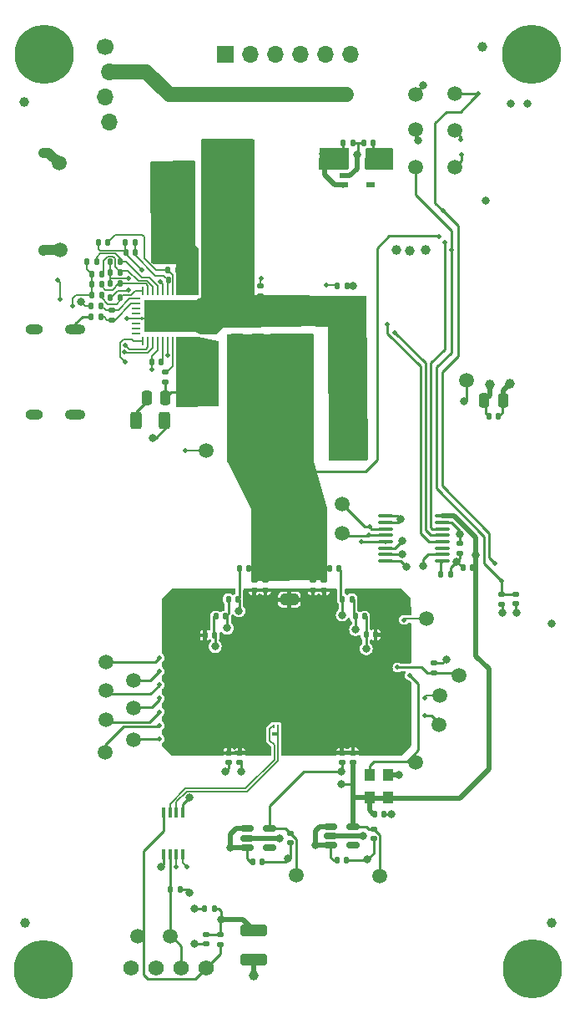
<source format=gbr>
%TF.GenerationSoftware,KiCad,Pcbnew,8.0.1*%
%TF.CreationDate,2024-07-15T09:21:23+08:00*%
%TF.ProjectId,bitaxeUltra,62697461-7865-4556-9c74-72612e6b6963,rev?*%
%TF.SameCoordinates,Original*%
%TF.FileFunction,Copper,L1,Top*%
%TF.FilePolarity,Positive*%
%FSLAX46Y46*%
G04 Gerber Fmt 4.6, Leading zero omitted, Abs format (unit mm)*
G04 Created by KiCad (PCBNEW 8.0.1) date 2024-07-15 09:21:23*
%MOMM*%
%LPD*%
G01*
G04 APERTURE LIST*
G04 Aperture macros list*
%AMRoundRect*
0 Rectangle with rounded corners*
0 $1 Rounding radius*
0 $2 $3 $4 $5 $6 $7 $8 $9 X,Y pos of 4 corners*
0 Add a 4 corners polygon primitive as box body*
4,1,4,$2,$3,$4,$5,$6,$7,$8,$9,$2,$3,0*
0 Add four circle primitives for the rounded corners*
1,1,$1+$1,$2,$3*
1,1,$1+$1,$4,$5*
1,1,$1+$1,$6,$7*
1,1,$1+$1,$8,$9*
0 Add four rect primitives between the rounded corners*
20,1,$1+$1,$2,$3,$4,$5,0*
20,1,$1+$1,$4,$5,$6,$7,0*
20,1,$1+$1,$6,$7,$8,$9,0*
20,1,$1+$1,$8,$9,$2,$3,0*%
G04 Aperture macros list end*
%TA.AperFunction,EtchedComponent*%
%ADD10C,0.000100*%
%TD*%
%TA.AperFunction,SMDPad,CuDef*%
%ADD11RoundRect,0.250000X-0.325000X-0.650000X0.325000X-0.650000X0.325000X0.650000X-0.325000X0.650000X0*%
%TD*%
%TA.AperFunction,SMDPad,CuDef*%
%ADD12RoundRect,0.250000X0.475000X-0.250000X0.475000X0.250000X-0.475000X0.250000X-0.475000X-0.250000X0*%
%TD*%
%TA.AperFunction,SMDPad,CuDef*%
%ADD13RoundRect,0.135000X0.135000X0.185000X-0.135000X0.185000X-0.135000X-0.185000X0.135000X-0.185000X0*%
%TD*%
%TA.AperFunction,SMDPad,CuDef*%
%ADD14RoundRect,0.250000X-1.100000X0.325000X-1.100000X-0.325000X1.100000X-0.325000X1.100000X0.325000X0*%
%TD*%
%TA.AperFunction,SMDPad,CuDef*%
%ADD15C,1.500000*%
%TD*%
%TA.AperFunction,SMDPad,CuDef*%
%ADD16RoundRect,0.140000X-0.140000X-0.170000X0.140000X-0.170000X0.140000X0.170000X-0.140000X0.170000X0*%
%TD*%
%TA.AperFunction,SMDPad,CuDef*%
%ADD17C,1.000000*%
%TD*%
%TA.AperFunction,SMDPad,CuDef*%
%ADD18R,0.250000X0.250000*%
%TD*%
%TA.AperFunction,SMDPad,CuDef*%
%ADD19RoundRect,0.140000X0.140000X0.170000X-0.140000X0.170000X-0.140000X-0.170000X0.140000X-0.170000X0*%
%TD*%
%TA.AperFunction,SMDPad,CuDef*%
%ADD20RoundRect,0.140000X0.170000X-0.140000X0.170000X0.140000X-0.170000X0.140000X-0.170000X-0.140000X0*%
%TD*%
%TA.AperFunction,SMDPad,CuDef*%
%ADD21RoundRect,0.140000X-0.170000X0.140000X-0.170000X-0.140000X0.170000X-0.140000X0.170000X0.140000X0*%
%TD*%
%TA.AperFunction,SMDPad,CuDef*%
%ADD22RoundRect,0.250000X0.312500X0.625000X-0.312500X0.625000X-0.312500X-0.625000X0.312500X-0.625000X0*%
%TD*%
%TA.AperFunction,SMDPad,CuDef*%
%ADD23RoundRect,0.150000X-0.512500X-0.150000X0.512500X-0.150000X0.512500X0.150000X-0.512500X0.150000X0*%
%TD*%
%TA.AperFunction,SMDPad,CuDef*%
%ADD24RoundRect,0.135000X-0.135000X-0.185000X0.135000X-0.185000X0.135000X0.185000X-0.135000X0.185000X0*%
%TD*%
%TA.AperFunction,SMDPad,CuDef*%
%ADD25R,0.250000X0.400000*%
%TD*%
%TA.AperFunction,SMDPad,CuDef*%
%ADD26R,0.700000X0.400000*%
%TD*%
%TA.AperFunction,SMDPad,CuDef*%
%ADD27RoundRect,0.250000X-0.250000X-0.475000X0.250000X-0.475000X0.250000X0.475000X-0.250000X0.475000X0*%
%TD*%
%TA.AperFunction,SMDPad,CuDef*%
%ADD28RoundRect,0.250000X-0.325000X-1.100000X0.325000X-1.100000X0.325000X1.100000X-0.325000X1.100000X0*%
%TD*%
%TA.AperFunction,SMDPad,CuDef*%
%ADD29R,1.100000X1.300000*%
%TD*%
%TA.AperFunction,ComponentPad*%
%ADD30C,0.800000*%
%TD*%
%TA.AperFunction,ComponentPad*%
%ADD31C,6.000000*%
%TD*%
%TA.AperFunction,SMDPad,CuDef*%
%ADD32RoundRect,0.250000X-0.650000X0.325000X-0.650000X-0.325000X0.650000X-0.325000X0.650000X0.325000X0*%
%TD*%
%TA.AperFunction,SMDPad,CuDef*%
%ADD33RoundRect,0.135000X0.185000X-0.135000X0.185000X0.135000X-0.185000X0.135000X-0.185000X-0.135000X0*%
%TD*%
%TA.AperFunction,SMDPad,CuDef*%
%ADD34R,0.400000X1.100000*%
%TD*%
%TA.AperFunction,SMDPad,CuDef*%
%ADD35RoundRect,0.135000X-0.185000X0.135000X-0.185000X-0.135000X0.185000X-0.135000X0.185000X0.135000X0*%
%TD*%
%TA.AperFunction,ComponentPad*%
%ADD36R,1.700000X1.700000*%
%TD*%
%TA.AperFunction,ComponentPad*%
%ADD37O,1.700000X1.700000*%
%TD*%
%TA.AperFunction,SMDPad,CuDef*%
%ADD38RoundRect,0.100000X-0.637500X-0.100000X0.637500X-0.100000X0.637500X0.100000X-0.637500X0.100000X0*%
%TD*%
%TA.AperFunction,SMDPad,CuDef*%
%ADD39R,4.000000X2.600000*%
%TD*%
%TA.AperFunction,SMDPad,CuDef*%
%ADD40RoundRect,0.062500X0.062500X-0.337500X0.062500X0.337500X-0.062500X0.337500X-0.062500X-0.337500X0*%
%TD*%
%TA.AperFunction,SMDPad,CuDef*%
%ADD41RoundRect,0.062500X0.337500X-0.062500X0.337500X0.062500X-0.337500X0.062500X-0.337500X-0.062500X0*%
%TD*%
%TA.AperFunction,ComponentPad*%
%ADD42C,0.400000*%
%TD*%
%TA.AperFunction,SMDPad,CuDef*%
%ADD43R,5.300000X3.300000*%
%TD*%
%TA.AperFunction,SMDPad,CuDef*%
%ADD44R,0.952500X0.558800*%
%TD*%
%TA.AperFunction,ComponentPad*%
%ADD45C,1.574800*%
%TD*%
%TA.AperFunction,ComponentPad*%
%ADD46C,1.700000*%
%TD*%
%TA.AperFunction,ComponentPad*%
%ADD47O,1.800000X1.000000*%
%TD*%
%TA.AperFunction,ComponentPad*%
%ADD48O,2.100000X1.000000*%
%TD*%
%TA.AperFunction,ViaPad*%
%ADD49C,0.800000*%
%TD*%
%TA.AperFunction,ViaPad*%
%ADD50C,1.000000*%
%TD*%
%TA.AperFunction,ViaPad*%
%ADD51C,0.500000*%
%TD*%
%TA.AperFunction,ViaPad*%
%ADD52C,1.200000*%
%TD*%
%TA.AperFunction,Conductor*%
%ADD53C,0.200000*%
%TD*%
%TA.AperFunction,Conductor*%
%ADD54C,0.508000*%
%TD*%
%TA.AperFunction,Conductor*%
%ADD55C,0.254000*%
%TD*%
%TA.AperFunction,Conductor*%
%ADD56C,1.000000*%
%TD*%
%TA.AperFunction,Conductor*%
%ADD57C,1.500000*%
%TD*%
G04 APERTURE END LIST*
%TO.C,T1*%
D10*
X90654500Y-77715000D02*
X90724500Y-77715000D01*
X90724500Y-77965000D01*
X90654500Y-77965000D01*
X90654500Y-77715000D01*
%TA.AperFunction,EtchedComponent*%
G36*
X90654500Y-77715000D02*
G01*
X90724500Y-77715000D01*
X90724500Y-77965000D01*
X90654500Y-77965000D01*
X90654500Y-77715000D01*
G37*
%TD.AperFunction*%
%TD*%
D11*
%TO.P,C20,1*%
%TO.N,/VDD*%
X107435000Y-81120000D03*
%TO.P,C20,2*%
%TO.N,GND*%
X110385000Y-81120000D03*
%TD*%
D12*
%TO.P,C15,1*%
%TO.N,/VDD*%
X100360000Y-79860000D03*
%TO.P,C15,2*%
%TO.N,GND*%
X100360000Y-77960000D03*
%TD*%
D13*
%TO.P,R21,1*%
%TO.N,GND*%
X122010000Y-103710000D03*
%TO.P,R21,2*%
%TO.N,Net-(U9-OE)*%
X120990000Y-103710000D03*
%TD*%
D14*
%TO.P,C51,1*%
%TO.N,/5V*%
X102045000Y-139815000D03*
%TO.P,C51,2*%
%TO.N,GND*%
X102045000Y-142765000D03*
%TD*%
D15*
%TO.P,TP19,1,1*%
%TO.N,/BM1366/1V2*%
X114860000Y-134280000D03*
%TD*%
D16*
%TO.P,C9,1*%
%TO.N,/5V*%
X96090000Y-72760000D03*
%TO.P,C9,2*%
%TO.N,GND*%
X97050000Y-72760000D03*
%TD*%
D17*
%TO.P,FID2,*%
%TO.N,*%
X125270000Y-50310000D03*
%TD*%
%TO.P,FID4,*%
%TO.N,*%
X132260000Y-139060000D03*
%TD*%
%TO.P,FID3,*%
%TO.N,*%
X78850000Y-139070000D03*
%TD*%
D18*
%TO.P,T1,1*%
%TO.N,/Power/AGND*%
X90535000Y-77840000D03*
%TO.P,T1,2*%
%TO.N,GND*%
X90845000Y-77840000D03*
%TD*%
D19*
%TO.P,C41,1*%
%TO.N,/VDD*%
X101570000Y-103154000D03*
%TO.P,C41,2*%
%TO.N,/BM1366/VDD1_1*%
X100610000Y-103154000D03*
%TD*%
D15*
%TO.P,TP18,1,1*%
%TO.N,Net-(U12-ADDR1)*%
X120820000Y-119010000D03*
%TD*%
D20*
%TO.P,C42,1*%
%TO.N,Net-(U12-VDDIO_18_1)*%
X100655438Y-122810000D03*
%TO.P,C42,2*%
%TO.N,GND*%
X100655438Y-121850000D03*
%TD*%
D15*
%TO.P,TP8,1,1*%
%TO.N,/3V3*%
X123610000Y-84120000D03*
%TD*%
D21*
%TO.P,C40,1*%
%TO.N,/VDD*%
X108072400Y-104360000D03*
%TO.P,C40,2*%
%TO.N,GND*%
X108072400Y-105320000D03*
%TD*%
D19*
%TO.P,C46,1*%
%TO.N,/BM1366/VDD2_1*%
X99161000Y-108024000D03*
%TO.P,C46,2*%
%TO.N,/BM1366/VDD3_1*%
X98201000Y-108024000D03*
%TD*%
D21*
%TO.P,C39,1*%
%TO.N,/VDD*%
X102110000Y-104360000D03*
%TO.P,C39,2*%
%TO.N,GND*%
X102110000Y-105320000D03*
%TD*%
D22*
%TO.P,R12,1*%
%TO.N,GND*%
X93012500Y-88210000D03*
%TO.P,R12,2*%
%TO.N,Net-(C11-Pad1)*%
X90087500Y-88210000D03*
%TD*%
D21*
%TO.P,C13,1*%
%TO.N,Net-(U2-VOSNS)*%
X87630000Y-77010000D03*
%TO.P,C13,2*%
%TO.N,Net-(U2-GOSNS)*%
X87630000Y-77970000D03*
%TD*%
D12*
%TO.P,C14,1*%
%TO.N,/VDD*%
X104580000Y-79880000D03*
%TO.P,C14,2*%
%TO.N,GND*%
X104580000Y-77980000D03*
%TD*%
D23*
%TO.P,U6,1,VIN*%
%TO.N,/5V*%
X101392500Y-129520000D03*
%TO.P,U6,2,GND*%
%TO.N,GND*%
X101392500Y-130470000D03*
%TO.P,U6,3,EN*%
%TO.N,/5V*%
X101392500Y-131420000D03*
%TO.P,U6,4,PG*%
%TO.N,unconnected-(U6-PG-Pad4)*%
X103667500Y-131420000D03*
%TO.P,U6,5,VOUT*%
%TO.N,/BM1366/0V8*%
X103667500Y-129520000D03*
%TD*%
D24*
%TO.P,R1,1*%
%TO.N,Net-(U2-BP1V5)*%
X85590000Y-75500000D03*
%TO.P,R1,2*%
%TO.N,Net-(U2-MSEL1)*%
X86610000Y-75500000D03*
%TD*%
D15*
%TO.P,TP13,1,1*%
%TO.N,/BM1366/RST_N*%
X110990000Y-96640000D03*
%TD*%
D25*
%TO.P,Q1,1,B*%
%TO.N,Net-(Q1-B)*%
X104505000Y-119200000D03*
%TO.P,Q1,2,E*%
%TO.N,Net-(Q1-E)*%
X104055000Y-119200000D03*
D26*
%TO.P,Q1,3,C*%
%TO.N,Net-(Q1-B)*%
X104280000Y-119900000D03*
%TD*%
D15*
%TO.P,TP37,1,1*%
%TO.N,/Fan/FAN_TACH*%
X93610000Y-140380000D03*
%TD*%
D13*
%TO.P,R8,1*%
%TO.N,Net-(U2-EN{slash}UVLO)*%
X90070000Y-70100000D03*
%TO.P,R8,2*%
%TO.N,/Power/AGND*%
X89050000Y-70100000D03*
%TD*%
%TO.P,R11,1*%
%TO.N,/5V*%
X94390000Y-72930000D03*
%TO.P,R11,2*%
%TO.N,Net-(U2-AVIN)*%
X93370000Y-72930000D03*
%TD*%
D11*
%TO.P,C18,1*%
%TO.N,/VDD*%
X107435000Y-87660000D03*
%TO.P,C18,2*%
%TO.N,GND*%
X110385000Y-87660000D03*
%TD*%
D15*
%TO.P,TP38,1,1*%
%TO.N,/Fan/FAN_PWM*%
X90300000Y-140410000D03*
%TD*%
%TO.P,TP33,1,1*%
%TO.N,/BM1366/CO*%
X87080000Y-118492000D03*
%TD*%
%TO.P,TP3,1,1*%
%TO.N,/VDD*%
X101980000Y-91230000D03*
%TD*%
D27*
%TO.P,C24,1*%
%TO.N,/3V3*%
X125440000Y-86180000D03*
%TO.P,C24,2*%
%TO.N,GND*%
X127340000Y-86180000D03*
%TD*%
D15*
%TO.P,TP9,1,1*%
%TO.N,/ESP32/IO0*%
X122440000Y-55090000D03*
%TD*%
D12*
%TO.P,C16,1*%
%TO.N,/VDD*%
X102480000Y-79860000D03*
%TO.P,C16,2*%
%TO.N,GND*%
X102480000Y-77960000D03*
%TD*%
D20*
%TO.P,C45,1*%
%TO.N,Net-(U12-VDDIO_08_1)*%
X99525438Y-122820000D03*
%TO.P,C45,2*%
%TO.N,GND*%
X99525438Y-121860000D03*
%TD*%
D21*
%TO.P,C10,1*%
%TO.N,Net-(U2-VDD5)*%
X102750000Y-74560000D03*
%TO.P,C10,2*%
%TO.N,GND*%
X102750000Y-75520000D03*
%TD*%
D24*
%TO.P,R2,1*%
%TO.N,Net-(U2-BP1V5)*%
X85110000Y-72100000D03*
%TO.P,R2,2*%
%TO.N,Net-(U2-MSEL2)*%
X86130000Y-72100000D03*
%TD*%
D20*
%TO.P,C35,1*%
%TO.N,/BM1366/1V2*%
X112140000Y-122790000D03*
%TO.P,C35,2*%
%TO.N,GND*%
X112140000Y-121830000D03*
%TD*%
D28*
%TO.P,C4,1*%
%TO.N,/5V*%
X95125000Y-66550000D03*
%TO.P,C4,2*%
%TO.N,GND*%
X98075000Y-66550000D03*
%TD*%
D16*
%TO.P,C6,1*%
%TO.N,/5V*%
X96090000Y-74000000D03*
%TO.P,C6,2*%
%TO.N,GND*%
X97050000Y-74000000D03*
%TD*%
%TO.P,C25,1*%
%TO.N,/3V3*%
X125910000Y-87790000D03*
%TO.P,C25,2*%
%TO.N,GND*%
X126870000Y-87790000D03*
%TD*%
D29*
%TO.P,U7,1,EN*%
%TO.N,/BM1366/1V2*%
X115680000Y-126370000D03*
%TO.P,U7,2,GND*%
%TO.N,GND*%
X115680000Y-124070000D03*
%TO.P,U7,3,OUT*%
%TO.N,/BM1366/CLKI*%
X113780000Y-124070000D03*
%TO.P,U7,4,VIN*%
%TO.N,/BM1366/1V2*%
X113780000Y-126370000D03*
%TD*%
D16*
%TO.P,C27,1*%
%TO.N,/5V*%
X101940000Y-132840000D03*
%TO.P,C27,2*%
%TO.N,GND*%
X102900000Y-132840000D03*
%TD*%
D30*
%TO.P,H1,1,1*%
%TO.N,GND*%
X127985010Y-51120990D03*
X128644020Y-49530000D03*
X128644020Y-52711980D03*
X130235010Y-48870990D03*
D31*
X130235010Y-51120990D03*
D30*
X130235010Y-53370990D03*
X131826000Y-49530000D03*
X131826000Y-52711980D03*
X132485010Y-51120990D03*
%TD*%
D15*
%TO.P,TP4,1,1*%
%TO.N,GND*%
X97220000Y-91210000D03*
%TD*%
D13*
%TO.P,R7,1*%
%TO.N,Net-(U2-ADRSEL)*%
X88520000Y-74320000D03*
%TO.P,R7,2*%
%TO.N,/Power/AGND*%
X87500000Y-74320000D03*
%TD*%
D15*
%TO.P,TP11,1,1*%
%TO.N,/3V3*%
X118480000Y-58690000D03*
%TD*%
D19*
%TO.P,C29,1*%
%TO.N,GND*%
X115270000Y-128010000D03*
%TO.P,C29,2*%
%TO.N,/BM1366/1V2*%
X114310000Y-128010000D03*
%TD*%
D17*
%TO.P,FID1,*%
%TO.N,*%
X78750000Y-55900000D03*
%TD*%
D21*
%TO.P,C12,1*%
%TO.N,Net-(U2-BOOT)*%
X93100000Y-83280000D03*
%TO.P,C12,2*%
%TO.N,/Power/SW*%
X93100000Y-84240000D03*
%TD*%
D15*
%TO.P,TP14,1,1*%
%TO.N,/BM1366/BI*%
X122860000Y-113980000D03*
%TD*%
%TO.P,TP5,1,1*%
%TO.N,/ESP32/EN*%
X118460000Y-62540000D03*
%TD*%
D32*
%TO.P,C43,1*%
%TO.N,/VDD*%
X105670000Y-103375000D03*
%TO.P,C43,2*%
%TO.N,GND*%
X105670000Y-106325000D03*
%TD*%
D15*
%TO.P,TP15,1,1*%
%TO.N,/BM1366/RO*%
X119550000Y-108280000D03*
%TD*%
%TO.P,TP22,1,1*%
%TO.N,/BM1366/CLKI*%
X118520000Y-122760000D03*
%TD*%
D33*
%TO.P,R25,1*%
%TO.N,/Fan/FAN_PWM*%
X98640000Y-141260000D03*
%TO.P,R25,2*%
%TO.N,/5V*%
X98640000Y-140240000D03*
%TD*%
D21*
%TO.P,C22,1*%
%TO.N,/ESP32/EN*%
X128670000Y-105770000D03*
%TO.P,C22,2*%
%TO.N,GND*%
X128670000Y-106730000D03*
%TD*%
D34*
%TO.P,U10,1,VDD*%
%TO.N,/3V3*%
X94870000Y-127840000D03*
%TO.P,U10,2,DP*%
%TO.N,Net-(Q1-B)*%
X94220000Y-127840000D03*
%TO.P,U10,3,DN*%
%TO.N,Net-(Q1-E)*%
X93570000Y-127840000D03*
%TO.P,U10,4,FAN*%
%TO.N,/Fan/FAN_PWM*%
X92920000Y-127840000D03*
%TO.P,U10,5,GND*%
%TO.N,GND*%
X92920000Y-132140000D03*
%TO.P,U10,6,ALERT/TACH*%
%TO.N,/Fan/FAN_TACH*%
X93570000Y-132140000D03*
%TO.P,U10,7,SMDATA*%
%TO.N,/SDA*%
X94220000Y-132140000D03*
%TO.P,U10,8,SMCLK*%
%TO.N,/SCL*%
X94870000Y-132140000D03*
%TD*%
D19*
%TO.P,C8,1*%
%TO.N,Net-(U2-EN{slash}UVLO)*%
X90040000Y-71130000D03*
%TO.P,C8,2*%
%TO.N,/Power/AGND*%
X89080000Y-71130000D03*
%TD*%
D24*
%TO.P,R5,1*%
%TO.N,/Power/AGND*%
X87490000Y-75720000D03*
%TO.P,R5,2*%
%TO.N,Net-(U2-MSEL1)*%
X88510000Y-75720000D03*
%TD*%
D13*
%TO.P,R6,1*%
%TO.N,Net-(U2-MSEL2)*%
X88510000Y-72100000D03*
%TO.P,R6,2*%
%TO.N,/Power/AGND*%
X87490000Y-72100000D03*
%TD*%
D15*
%TO.P,TP29,1,1*%
%TO.N,/BM1366/NRSTO*%
X87080000Y-112616000D03*
%TD*%
D23*
%TO.P,U5,1,VIN*%
%TO.N,/5V*%
X109843500Y-129279000D03*
%TO.P,U5,2,GND*%
%TO.N,GND*%
X109843500Y-130229000D03*
%TO.P,U5,3,EN*%
%TO.N,/5V*%
X109843500Y-131179000D03*
%TO.P,U5,4,PG*%
%TO.N,unconnected-(U5-PG-Pad4)*%
X112118500Y-131179000D03*
%TO.P,U5,5,VOUT*%
%TO.N,/BM1366/1V2*%
X112118500Y-129279000D03*
%TD*%
D30*
%TO.P,H3,1,1*%
%TO.N,GND*%
X128052000Y-143728000D03*
X128711010Y-142137010D03*
X128711010Y-145318990D03*
X130302000Y-141478000D03*
D31*
X130302000Y-143728000D03*
D30*
X130302000Y-145978000D03*
X131892990Y-142137010D03*
X131892990Y-145318990D03*
X132552000Y-143728000D03*
%TD*%
D21*
%TO.P,C49,1*%
%TO.N,/3V3*%
X122930000Y-100640000D03*
%TO.P,C49,2*%
%TO.N,GND*%
X122930000Y-101600000D03*
%TD*%
D15*
%TO.P,TP2,1,1*%
%TO.N,GND*%
X82310000Y-62100000D03*
%TD*%
D13*
%TO.P,R9,1*%
%TO.N,/5V*%
X94400000Y-73990000D03*
%TO.P,R9,2*%
%TO.N,Net-(U2-EN{slash}UVLO)*%
X93380000Y-73990000D03*
%TD*%
D21*
%TO.P,C38,1*%
%TO.N,/VDD*%
X103240000Y-104360000D03*
%TO.P,C38,2*%
%TO.N,GND*%
X103240000Y-105320000D03*
%TD*%
D19*
%TO.P,C23,1*%
%TO.N,/3V3*%
X114200000Y-60030000D03*
%TO.P,C23,2*%
%TO.N,GND*%
X113240000Y-60030000D03*
%TD*%
D15*
%TO.P,TP6,1,1*%
%TO.N,/ESP32/P_TX*%
X122430000Y-62540000D03*
%TD*%
D11*
%TO.P,C19,1*%
%TO.N,/VDD*%
X107435000Y-84400000D03*
%TO.P,C19,2*%
%TO.N,GND*%
X110385000Y-84400000D03*
%TD*%
D24*
%TO.P,R4,1*%
%TO.N,Net-(U2-BP1V5)*%
X85590000Y-73360000D03*
%TO.P,R4,2*%
%TO.N,Net-(U2-VSEL)*%
X86610000Y-73360000D03*
%TD*%
D15*
%TO.P,TP21,1,1*%
%TO.N,/BM1366/INV_CLKO*%
X87020000Y-121810000D03*
%TD*%
D35*
%TO.P,R17,1*%
%TO.N,GND*%
X120380000Y-112750000D03*
%TO.P,R17,2*%
%TO.N,/BM1366/BI*%
X120380000Y-113770000D03*
%TD*%
D16*
%TO.P,C7,1*%
%TO.N,/5V*%
X96110000Y-71540000D03*
%TO.P,C7,2*%
%TO.N,GND*%
X97070000Y-71540000D03*
%TD*%
D36*
%TO.P,J4,1,Pin_1*%
%TO.N,/5V*%
X99171505Y-51054000D03*
D37*
%TO.P,J4,2,Pin_2*%
%TO.N,GND*%
X101711505Y-51054000D03*
%TO.P,J4,3,Pin_3*%
%TO.N,Net-(J4-Pin_3)*%
X104251505Y-51054000D03*
%TO.P,J4,4,Pin_4*%
%TO.N,Net-(J4-Pin_4)*%
X106791505Y-51054000D03*
%TO.P,J4,5,Pin_5*%
%TO.N,Net-(J4-Pin_5)*%
X109331505Y-51054000D03*
%TO.P,J4,6,Pin_6*%
%TO.N,Net-(J4-Pin_6)*%
X111871505Y-51054000D03*
%TD*%
D15*
%TO.P,TP16,1,1*%
%TO.N,/BM1366/CI*%
X110990000Y-99610000D03*
%TD*%
%TO.P,TP34,1,1*%
%TO.N,/BM1366/PIN_MODE*%
X89860000Y-120480000D03*
%TD*%
D30*
%TO.P,H4,1,1*%
%TO.N,GND*%
X78455010Y-143830990D03*
X79114020Y-142240000D03*
X79114020Y-145421980D03*
X80705010Y-141580990D03*
D31*
X80705010Y-143830990D03*
D30*
X80705010Y-146080990D03*
X82296000Y-142240000D03*
X82296000Y-145421980D03*
X82955010Y-143830990D03*
%TD*%
D15*
%TO.P,TP1,1,1*%
%TO.N,/5V*%
X82390000Y-70940000D03*
%TD*%
D13*
%TO.P,R13,1*%
%TO.N,Net-(U2-GOSNS)*%
X86600000Y-77640000D03*
%TO.P,R13,2*%
%TO.N,GND*%
X85580000Y-77640000D03*
%TD*%
D21*
%TO.P,C53,1*%
%TO.N,/5V*%
X97200000Y-140250000D03*
%TO.P,C53,2*%
%TO.N,GND*%
X97200000Y-141210000D03*
%TD*%
D19*
%TO.P,C48,1*%
%TO.N,/BM1366/VDD3_1*%
X98090000Y-109925000D03*
%TO.P,C48,2*%
%TO.N,GND*%
X97130000Y-109925000D03*
%TD*%
%TO.P,C28,1*%
%TO.N,GND*%
X114410000Y-109860000D03*
%TO.P,C28,2*%
%TO.N,/BM1366/VDD3_0*%
X113450000Y-109860000D03*
%TD*%
D38*
%TO.P,U9,1,DIR1*%
%TO.N,GND*%
X115427500Y-97855000D03*
%TO.P,U9,2,DIR2*%
X115427500Y-98505000D03*
%TO.P,U9,3,A1*%
%TO.N,/BM1366/RST_N*%
X115427500Y-99155000D03*
%TO.P,U9,4,A2*%
%TO.N,/BM1366/CI*%
X115427500Y-99805000D03*
%TO.P,U9,5,A3*%
%TO.N,/BM1366/RO*%
X115427500Y-100455000D03*
%TO.P,U9,6,A4*%
%TO.N,GND*%
X115427500Y-101105000D03*
%TO.P,U9,7,DIR3*%
%TO.N,/BM1366/1V2*%
X115427500Y-101755000D03*
%TO.P,U9,8,DIR4*%
%TO.N,GND*%
X115427500Y-102405000D03*
%TO.P,U9,9,OE*%
%TO.N,Net-(U9-OE)*%
X121152500Y-102405000D03*
%TO.P,U9,10,GND*%
%TO.N,GND*%
X121152500Y-101755000D03*
%TO.P,U9,11,B4*%
%TO.N,unconnected-(U9-B4-Pad11)*%
X121152500Y-101105000D03*
%TO.P,U9,12,B3*%
%TO.N,/RX*%
X121152500Y-100455000D03*
%TO.P,U9,13,B2*%
%TO.N,/TX*%
X121152500Y-99805000D03*
%TO.P,U9,14,B1*%
%TO.N,/RST*%
X121152500Y-99155000D03*
%TO.P,U9,15,VCCB*%
%TO.N,/3V3*%
X121152500Y-98505000D03*
%TO.P,U9,16,VCCA*%
%TO.N,/BM1366/1V2*%
X121152500Y-97855000D03*
%TD*%
D24*
%TO.P,R24,1*%
%TO.N,/Fan/FAN_TACH*%
X93560000Y-135710000D03*
%TO.P,R24,2*%
%TO.N,/3V3*%
X94580000Y-135710000D03*
%TD*%
D16*
%TO.P,C5,1*%
%TO.N,/Power/AGND*%
X86310000Y-70110000D03*
%TO.P,C5,2*%
%TO.N,Net-(U2-AVIN)*%
X87270000Y-70110000D03*
%TD*%
D19*
%TO.P,C34,1*%
%TO.N,/BM1366/VDD2_0*%
X112010000Y-106266000D03*
%TO.P,C34,2*%
%TO.N,/BM1366/VDD1_0*%
X111050000Y-106266000D03*
%TD*%
D39*
%TO.P,L1,1,1*%
%TO.N,/Power/SW*%
X96295000Y-85255000D03*
%TO.P,L1,2,2*%
%TO.N,/VDD*%
X104245000Y-85255000D03*
%TD*%
D11*
%TO.P,C17,1*%
%TO.N,/VDD*%
X107415000Y-90910000D03*
%TO.P,C17,2*%
%TO.N,GND*%
X110365000Y-90910000D03*
%TD*%
D16*
%TO.P,C26,1*%
%TO.N,/5V*%
X110481000Y-132739000D03*
%TO.P,C26,2*%
%TO.N,GND*%
X111441000Y-132739000D03*
%TD*%
D19*
%TO.P,C47,1*%
%TO.N,/BM1366/1V2*%
X124270000Y-103110000D03*
%TO.P,C47,2*%
%TO.N,GND*%
X123310000Y-103110000D03*
%TD*%
D20*
%TO.P,C33,1*%
%TO.N,/BM1366/0V8*%
X111000000Y-122790000D03*
%TO.P,C33,2*%
%TO.N,GND*%
X111000000Y-121830000D03*
%TD*%
D30*
%TO.P,H2,1,1*%
%TO.N,GND*%
X78558000Y-51054000D03*
X79217010Y-49463010D03*
X79217010Y-52644990D03*
X80808000Y-48804000D03*
D31*
X80808000Y-51054000D03*
D30*
X80808000Y-53304000D03*
X82398990Y-49463010D03*
X82398990Y-52644990D03*
X83058000Y-51054000D03*
%TD*%
D21*
%TO.P,C37,1*%
%TO.N,/VDD*%
X109190000Y-104360000D03*
%TO.P,C37,2*%
%TO.N,GND*%
X109190000Y-105320000D03*
%TD*%
D19*
%TO.P,C1,1*%
%TO.N,Net-(U2-DRTN)*%
X92650000Y-82220000D03*
%TO.P,C1,2*%
%TO.N,Net-(U2-BP1V5)*%
X91690000Y-82220000D03*
%TD*%
%TO.P,C36,1*%
%TO.N,/BM1366/VDD1_0*%
X110695000Y-103146000D03*
%TO.P,C36,2*%
%TO.N,/VDD*%
X109735000Y-103146000D03*
%TD*%
D15*
%TO.P,TP20,1,1*%
%TO.N,/BM1366/0V8*%
X106360000Y-134230000D03*
%TD*%
%TO.P,TP17,1,1*%
%TO.N,Net-(U12-ADDR0)*%
X120900000Y-116060000D03*
%TD*%
%TO.P,TP30,1,1*%
%TO.N,/BM1366/BO*%
X89890000Y-114520000D03*
%TD*%
D24*
%TO.P,R15,1*%
%TO.N,/Power/PGOOD*%
X110480000Y-74510000D03*
%TO.P,R15,2*%
%TO.N,/3V3*%
X111500000Y-74510000D03*
%TD*%
D40*
%TO.P,U2,1,PGD*%
%TO.N,/Power/PGOOD*%
X90830000Y-80090000D03*
%TO.P,U2,2,PMB_DATA*%
%TO.N,/SDA*%
X91330000Y-80090000D03*
%TO.P,U2,3,PMB_CLK*%
%TO.N,/SCL*%
X91830000Y-80090000D03*
%TO.P,U2,4,BP1V5*%
%TO.N,Net-(U2-BP1V5)*%
X92330000Y-80090000D03*
%TO.P,U2,5,DRTN*%
%TO.N,Net-(U2-DRTN)*%
X92830000Y-80090000D03*
%TO.P,U2,6,SMB_ALRT*%
%TO.N,/Power/PMB_ALRT*%
X93330000Y-80090000D03*
%TO.P,U2,7,BOOT*%
%TO.N,Net-(U2-BOOT)*%
X93830000Y-80090000D03*
%TO.P,U2,8,SW*%
%TO.N,/Power/SW*%
X94330000Y-80090000D03*
%TO.P,U2,9,SW*%
X94830000Y-80090000D03*
%TO.P,U2,10,SW*%
X95330000Y-80090000D03*
%TO.P,U2,11,SW*%
X95830000Y-80090000D03*
%TO.P,U2,12,SW*%
X96330000Y-80090000D03*
D41*
%TO.P,U2,13,PGND*%
%TO.N,GND*%
X97080000Y-79340000D03*
%TO.P,U2,14,PGND*%
X97080000Y-78840000D03*
%TO.P,U2,15,PGND*%
X97080000Y-78340000D03*
%TO.P,U2,16,PGND*%
X97080000Y-77840000D03*
%TO.P,U2,17,PGND*%
X97080000Y-77340000D03*
%TO.P,U2,18,PGND*%
X97080000Y-76840000D03*
%TO.P,U2,19,PGND*%
X97080000Y-76340000D03*
%TO.P,U2,20,PGND*%
X97080000Y-75840000D03*
D40*
%TO.P,U2,21,PVIN*%
%TO.N,/5V*%
X96330000Y-75090000D03*
%TO.P,U2,22,PVIN*%
X95830000Y-75090000D03*
%TO.P,U2,23,PVIN*%
X95330000Y-75090000D03*
%TO.P,U2,24,PVIN*%
X94830000Y-75090000D03*
%TO.P,U2,25,PVIN*%
X94330000Y-75090000D03*
%TO.P,U2,26,AVIN*%
%TO.N,Net-(U2-AVIN)*%
X93830000Y-75090000D03*
%TO.P,U2,27,EN/UVLO*%
%TO.N,Net-(U2-EN{slash}UVLO)*%
X93330000Y-75090000D03*
%TO.P,U2,28,VDD5*%
%TO.N,Net-(U2-VDD5)*%
X92830000Y-75090000D03*
%TO.P,U2,29,MSEL2*%
%TO.N,Net-(U2-MSEL2)*%
X92330000Y-75090000D03*
%TO.P,U2,30,VSEL*%
%TO.N,Net-(U2-VSEL)*%
X91830000Y-75090000D03*
%TO.P,U2,31,ADRSEL*%
%TO.N,Net-(U2-ADRSEL)*%
X91330000Y-75090000D03*
%TO.P,U2,32,MSEL1*%
%TO.N,Net-(U2-MSEL1)*%
X90830000Y-75090000D03*
D41*
%TO.P,U2,33,VOSNS*%
%TO.N,Net-(U2-VOSNS)*%
X90080000Y-75840000D03*
%TO.P,U2,34,GOSNS*%
%TO.N,Net-(U2-GOSNS)*%
X90080000Y-76340000D03*
%TO.P,U2,35,VSHARE*%
%TO.N,unconnected-(U2-VSHARE-Pad35)*%
X90080000Y-76840000D03*
%TO.P,U2,36,NC*%
%TO.N,unconnected-(U2-NC-Pad36)*%
X90080000Y-77340000D03*
%TO.P,U2,37,AGND*%
%TO.N,/Power/AGND*%
X90080000Y-77840000D03*
%TO.P,U2,38,SYNC*%
%TO.N,unconnected-(U2-SYNC-Pad38)*%
X90080000Y-78340000D03*
%TO.P,U2,39,BCX_CLK*%
%TO.N,unconnected-(U2-BCX_CLK-Pad39)*%
X90080000Y-78840000D03*
%TO.P,U2,40,BCX_DAT*%
%TO.N,unconnected-(U2-BCX_DAT-Pad40)*%
X90080000Y-79340000D03*
D42*
%TO.P,U2,41,PAD*%
%TO.N,GND*%
X92180000Y-78870000D03*
X93580000Y-78870000D03*
X94980000Y-78870000D03*
X91180000Y-77590000D03*
X92180000Y-77590000D03*
X93580000Y-77590000D03*
D43*
X93580000Y-77590000D03*
D42*
X94980000Y-77590000D03*
X95980000Y-77590000D03*
X92180000Y-76310000D03*
X93580000Y-76310000D03*
X94980000Y-76310000D03*
%TD*%
D28*
%TO.P,C3,1*%
%TO.N,/5V*%
X95125000Y-63300000D03*
%TO.P,C3,2*%
%TO.N,GND*%
X98075000Y-63300000D03*
%TD*%
D24*
%TO.P,R3,1*%
%TO.N,Net-(U2-BP1V5)*%
X85590000Y-74330000D03*
%TO.P,R3,2*%
%TO.N,Net-(U2-ADRSEL)*%
X86610000Y-74330000D03*
%TD*%
D13*
%TO.P,R10,1*%
%TO.N,Net-(U2-VSEL)*%
X88520000Y-73170000D03*
%TO.P,R10,2*%
%TO.N,/Power/AGND*%
X87500000Y-73170000D03*
%TD*%
D19*
%TO.P,C32,1*%
%TO.N,/BM1366/VDD3_0*%
X113310000Y-108026000D03*
%TO.P,C32,2*%
%TO.N,/BM1366/VDD2_0*%
X112350000Y-108026000D03*
%TD*%
D33*
%TO.P,R16,1*%
%TO.N,/3V3*%
X127240000Y-106770000D03*
%TO.P,R16,2*%
%TO.N,/ESP32/EN*%
X127240000Y-105750000D03*
%TD*%
D19*
%TO.P,C52,1*%
%TO.N,/5V*%
X98040000Y-137640000D03*
%TO.P,C52,2*%
%TO.N,GND*%
X97080000Y-137640000D03*
%TD*%
D27*
%TO.P,C11,1*%
%TO.N,Net-(C11-Pad1)*%
X91190000Y-85860000D03*
%TO.P,C11,2*%
%TO.N,/Power/SW*%
X93090000Y-85860000D03*
%TD*%
D16*
%TO.P,C21,1*%
%TO.N,/5V*%
X111140000Y-60030000D03*
%TO.P,C21,2*%
%TO.N,GND*%
X112100000Y-60030000D03*
%TD*%
D15*
%TO.P,TP31,1,1*%
%TO.N,/BM1366/RI*%
X87080000Y-115554000D03*
%TD*%
%TO.P,TP7,1,1*%
%TO.N,/ESP32/P_RX*%
X122420000Y-58830000D03*
%TD*%
%TO.P,TP32,1,1*%
%TO.N,/BM1366/CLKO*%
X89890000Y-117310000D03*
%TD*%
D24*
%TO.P,R14,1*%
%TO.N,/VDD*%
X85580000Y-76570000D03*
%TO.P,R14,2*%
%TO.N,Net-(U2-VOSNS)*%
X86600000Y-76570000D03*
%TD*%
D21*
%TO.P,C30,1*%
%TO.N,/BM1366/1V2*%
X114240000Y-129540000D03*
%TO.P,C30,2*%
%TO.N,GND*%
X114240000Y-130500000D03*
%TD*%
D27*
%TO.P,C2,1*%
%TO.N,/5V*%
X95650000Y-69350000D03*
%TO.P,C2,2*%
%TO.N,GND*%
X97550000Y-69350000D03*
%TD*%
D19*
%TO.P,C44,1*%
%TO.N,/BM1366/VDD1_1*%
X100441000Y-106284000D03*
%TO.P,C44,2*%
%TO.N,/BM1366/VDD2_1*%
X99481000Y-106284000D03*
%TD*%
D44*
%TO.P,U3,1,VIN*%
%TO.N,/5V*%
X111185050Y-62440200D03*
%TO.P,U3,2,GND*%
%TO.N,GND*%
X111185050Y-63380000D03*
%TO.P,U3,3,EN*%
%TO.N,/5V*%
X111185050Y-64319800D03*
%TO.P,U3,4,NC*%
%TO.N,unconnected-(U3-NC-Pad4)*%
X113940950Y-64319800D03*
%TO.P,U3,5,VOUT*%
%TO.N,/3V3*%
X113940950Y-62440200D03*
%TD*%
D15*
%TO.P,TP10,1,1*%
%TO.N,GND*%
X118480000Y-55140000D03*
%TD*%
D21*
%TO.P,C31,1*%
%TO.N,/BM1366/0V8*%
X105750000Y-129990000D03*
%TO.P,C31,2*%
%TO.N,GND*%
X105750000Y-130950000D03*
%TD*%
D45*
%TO.P,J6,1,Pin_1*%
%TO.N,GND*%
X89621000Y-143622000D03*
%TO.P,J6,2,Pin_2*%
%TO.N,/5V*%
X92161000Y-143622000D03*
%TO.P,J6,3,Pin_3*%
%TO.N,/Fan/FAN_TACH*%
X94701000Y-143622000D03*
%TO.P,J6,4,Pin_4*%
%TO.N,/Fan/FAN_PWM*%
X97241000Y-143622000D03*
%TD*%
D46*
%TO.P,J3,1,Pin_1*%
%TO.N,GND*%
X87005000Y-50292000D03*
D37*
%TO.P,J3,2,Pin_2*%
%TO.N,/3V3*%
X87405000Y-52832000D03*
%TO.P,J3,3,Pin_3*%
%TO.N,/SCL*%
X87005000Y-55372000D03*
%TO.P,J3,4,Pin_4*%
%TO.N,/SDA*%
X87405000Y-57912000D03*
%TD*%
D47*
%TO.P,J5,S1,SHIELD*%
%TO.N,GND*%
X79790000Y-87580000D03*
D48*
X83970000Y-87580000D03*
D47*
X79790000Y-78940000D03*
D48*
X83970000Y-78940000D03*
%TD*%
D49*
%TO.N,GND*%
X111850000Y-118740000D03*
X113580000Y-132650000D03*
X99600000Y-114090000D03*
X105580000Y-118749000D03*
D50*
X100043332Y-65740000D03*
D49*
X112180000Y-120800000D03*
D50*
X100093332Y-60280000D03*
D49*
X104640000Y-130470000D03*
X105540000Y-132550000D03*
D50*
X116540000Y-70920000D03*
X101416668Y-61640000D03*
D49*
X125600000Y-65940000D03*
X116770000Y-124080000D03*
X104088000Y-117780000D03*
D51*
X95080000Y-91220000D03*
D49*
X105556000Y-117786000D03*
D50*
X111860000Y-87470000D03*
D49*
X115260000Y-109040000D03*
D50*
X111860000Y-91040000D03*
D49*
X98450000Y-78230000D03*
X96070000Y-137650000D03*
X116050000Y-128010000D03*
D50*
X111860000Y-89030000D03*
D49*
X119270000Y-54220000D03*
X128130000Y-56090000D03*
D50*
X101370000Y-65740000D03*
D49*
X111730000Y-114130000D03*
D50*
X80680000Y-61050000D03*
X102050000Y-144400000D03*
D49*
X99550000Y-67970000D03*
X91790000Y-89910000D03*
X117090000Y-100360000D03*
D50*
X101356668Y-64450000D03*
D49*
X121580000Y-112400000D03*
D50*
X111860000Y-83000000D03*
X101420000Y-60280000D03*
D49*
X107100000Y-117750000D03*
X122640000Y-102460000D03*
X96070000Y-141200000D03*
D50*
X97440000Y-60280000D03*
D49*
X113180000Y-130220000D03*
D50*
X117910000Y-70950000D03*
D49*
X119280000Y-102930000D03*
X100400000Y-118970000D03*
D50*
X100050000Y-63040000D03*
X100030000Y-64450000D03*
D49*
X96600000Y-108920000D03*
X105580000Y-115626000D03*
X100490000Y-76620000D03*
X98460000Y-76630000D03*
X99490000Y-70390000D03*
X99390000Y-120780000D03*
D50*
X98766666Y-60280000D03*
D49*
X92680000Y-133370000D03*
X128690000Y-107620000D03*
X112512000Y-61250000D03*
X105580000Y-116667000D03*
X104560000Y-76600000D03*
D50*
X101376668Y-63040000D03*
X119454234Y-70914234D03*
X128020000Y-84450000D03*
X111860000Y-85460000D03*
D49*
X116990000Y-98200000D03*
D50*
X100090000Y-61640000D03*
D49*
X102570000Y-76600000D03*
X132297000Y-108743000D03*
X117550000Y-103000000D03*
X98460000Y-74920000D03*
D52*
%TO.N,/VDD*%
X103660000Y-97850000D03*
D51*
X120850000Y-69510000D03*
D52*
X103660000Y-99730000D03*
D49*
X84500000Y-76160000D03*
D52*
X107560000Y-97880000D03*
D51*
X99780000Y-81020000D03*
D52*
X105650000Y-101710000D03*
X103660000Y-101690000D03*
X105650000Y-99750000D03*
X107560000Y-101740000D03*
X105650000Y-97850000D03*
X107560000Y-99780000D03*
D51*
%TO.N,/ESP32/EN*%
X122101300Y-70905000D03*
X127228000Y-104448000D03*
D50*
%TO.N,/5V*%
X93620000Y-68975000D03*
X93620000Y-71720000D03*
X92330000Y-70347500D03*
D52*
X109280000Y-61185155D03*
D49*
X108290000Y-131179000D03*
D50*
X92330000Y-66230000D03*
X93620000Y-67602500D03*
X93620000Y-70347500D03*
X92330000Y-68975000D03*
D49*
X99710000Y-131420000D03*
D50*
X92330000Y-71720000D03*
X80680000Y-70950000D03*
X92330000Y-67602500D03*
D49*
X98770000Y-138720000D03*
D50*
X93620000Y-66230000D03*
D49*
%TO.N,/3V3*%
X129830000Y-56090000D03*
D50*
X126000000Y-84500000D03*
D49*
X123394000Y-86260000D03*
X112160000Y-74520000D03*
X95550000Y-135970000D03*
D52*
X111440000Y-55180000D03*
D49*
X122930000Y-99700000D03*
X118711400Y-59800000D03*
X127250000Y-107630000D03*
D50*
X115370000Y-61560000D03*
D49*
X95560000Y-126330000D03*
D51*
%TO.N,/TX*%
X116380000Y-79250000D03*
%TO.N,/RX*%
X115580000Y-78420000D03*
%TO.N,/RST*%
X121476817Y-70170000D03*
%TO.N,/SCL*%
X95260000Y-133370000D03*
X88970000Y-81220000D03*
%TO.N,Net-(U2-BP1V5)*%
X91690000Y-82980000D03*
X83660000Y-76570000D03*
%TO.N,/ESP32/P_TX*%
X123105000Y-61285000D03*
%TO.N,/ESP32/P_RX*%
X123040000Y-59730000D03*
%TO.N,/ESP32/IO0*%
X121244400Y-66945600D03*
X124830000Y-55100000D03*
X126520000Y-102640000D03*
%TO.N,Net-(U2-VDD5)*%
X92570000Y-74110000D03*
X102820000Y-73740000D03*
%TO.N,/Power/PGOOD*%
X89020000Y-82280000D03*
X109410000Y-74490000D03*
D49*
%TO.N,/BM1366/VDD3_0*%
X113470000Y-111290000D03*
D51*
%TO.N,/SDA*%
X82130000Y-73910000D03*
X94220000Y-133370000D03*
X88990000Y-80510000D03*
X82390000Y-75900000D03*
D49*
%TO.N,/BM1366/1V2*%
X110950000Y-124990000D03*
X124600000Y-101830000D03*
X117120000Y-101750000D03*
%TO.N,/BM1366/0V8*%
X110970000Y-123700000D03*
%TO.N,/BM1366/VDD2_0*%
X112390000Y-109350000D03*
%TO.N,/BM1366/VDD1_0*%
X111030000Y-107870000D03*
%TO.N,/BM1366/VDD1_1*%
X100553800Y-107457400D03*
%TO.N,Net-(U12-VDDIO_18_1)*%
X100770000Y-123700000D03*
%TO.N,/BM1366/VDD2_1*%
X99360000Y-109210000D03*
%TO.N,Net-(U12-VDDIO_08_1)*%
X99180000Y-123710000D03*
%TO.N,/BM1366/VDD3_1*%
X98140000Y-111060000D03*
D51*
%TO.N,/BM1366/BI*%
X116650000Y-113190000D03*
%TO.N,/BM1366/RST_N*%
X113800000Y-98950000D03*
%TO.N,/BM1366/RO*%
X113010000Y-100470000D03*
X117300000Y-108370000D03*
%TO.N,/BM1366/CI*%
X113770000Y-99770000D03*
%TO.N,Net-(U12-ADDR0)*%
X119430000Y-116250000D03*
%TO.N,Net-(U12-ADDR1)*%
X119420000Y-118020000D03*
%TO.N,/BM1366/INV_CLKO*%
X92480000Y-119060000D03*
%TO.N,/BM1366/CLKI*%
X117880000Y-114000000D03*
%TO.N,/BM1366/NRSTO*%
X92480000Y-112210000D03*
%TO.N,/BM1366/BO*%
X92480000Y-113580000D03*
%TO.N,/BM1366/RI*%
X92480000Y-114950000D03*
%TO.N,/BM1366/CLKO*%
X92480000Y-116320000D03*
%TO.N,/BM1366/CO*%
X92480000Y-117690000D03*
%TO.N,/BM1366/PIN_MODE*%
X92480000Y-120430000D03*
%TO.N,/Power/AGND*%
X89340000Y-73770000D03*
X89170000Y-77830000D03*
X90680000Y-72940000D03*
X89340000Y-74960000D03*
%TO.N,/Power/PMB_ALRT*%
X93330000Y-81550000D03*
%TD*%
D53*
%TO.N,GND*%
X112640000Y-61122000D02*
X112512000Y-61250000D01*
D54*
X111185050Y-63380000D02*
X111189050Y-63376000D01*
X127340000Y-85130000D02*
X127340000Y-86180000D01*
D55*
X85580000Y-77640000D02*
X84680000Y-77640000D01*
X119280000Y-102250000D02*
X119280000Y-102930000D01*
X97200000Y-141210000D02*
X96080000Y-141210000D01*
X118480000Y-55010000D02*
X119270000Y-54220000D01*
X123310000Y-103110000D02*
X123290000Y-103110000D01*
D54*
X102050000Y-144400000D02*
X102050000Y-143770000D01*
X111189050Y-63376000D02*
X111824000Y-63376000D01*
D56*
X80680000Y-61050000D02*
X81260000Y-61050000D01*
D54*
X115690000Y-124080000D02*
X115680000Y-124070000D01*
D55*
X121230000Y-112750000D02*
X121580000Y-112400000D01*
X119775000Y-101755000D02*
X119280000Y-102250000D01*
D54*
X101392500Y-130470000D02*
X104640000Y-130470000D01*
X83850000Y-87700000D02*
X83970000Y-87580000D01*
D53*
X95090000Y-91210000D02*
X95080000Y-91220000D01*
D55*
X116050000Y-128010000D02*
X115440000Y-128010000D01*
X120380000Y-112750000D02*
X121230000Y-112750000D01*
X116685000Y-98505000D02*
X116990000Y-98200000D01*
X83970000Y-78350000D02*
X83970000Y-78940000D01*
X121152500Y-101755000D02*
X119775000Y-101755000D01*
X84680000Y-77640000D02*
X83970000Y-78350000D01*
X122010000Y-103710000D02*
X122010000Y-103090000D01*
X118480000Y-55140000D02*
X118480000Y-55010000D01*
X112650000Y-60030000D02*
X112650000Y-61112000D01*
X126870000Y-87790000D02*
X127260000Y-87400000D01*
X112100000Y-60030000D02*
X112650000Y-60030000D01*
X123290000Y-103110000D02*
X122640000Y-102460000D01*
X115427500Y-98505000D02*
X116685000Y-98505000D01*
D54*
X102050000Y-143770000D02*
X102045000Y-143765000D01*
D55*
X111441000Y-132739000D02*
X113491000Y-132739000D01*
D54*
X128020000Y-84450000D02*
X127340000Y-85130000D01*
D53*
X97220000Y-91210000D02*
X95090000Y-91210000D01*
D55*
X102900000Y-132840000D02*
X105250000Y-132840000D01*
D54*
X109852500Y-130220000D02*
X109843500Y-130229000D01*
D55*
X128670000Y-106730000D02*
X128670000Y-107600000D01*
X96080000Y-141210000D02*
X96070000Y-141200000D01*
X115427500Y-97855000D02*
X116645000Y-97855000D01*
X115427500Y-101105000D02*
X116345000Y-101105000D01*
X92920000Y-133130000D02*
X92680000Y-133370000D01*
X114240000Y-131990000D02*
X113580000Y-132650000D01*
X112650000Y-61112000D02*
X112512000Y-61250000D01*
X105250000Y-132840000D02*
X105540000Y-132550000D01*
X115427500Y-102405000D02*
X116955000Y-102405000D01*
X114240000Y-130500000D02*
X114240000Y-131990000D01*
X113491000Y-132739000D02*
X113580000Y-132650000D01*
X91790000Y-89910000D02*
X92112500Y-89910000D01*
X115422500Y-101110000D02*
X115427500Y-101105000D01*
X122930000Y-101600000D02*
X122930000Y-102170000D01*
X122010000Y-103090000D02*
X122640000Y-102460000D01*
X105750000Y-132340000D02*
X105540000Y-132550000D01*
D56*
X81260000Y-61050000D02*
X82310000Y-62100000D01*
D55*
X127260000Y-87400000D02*
X127260000Y-86260000D01*
D54*
X112512000Y-62688000D02*
X112512000Y-61250000D01*
D53*
X109175000Y-105690000D02*
X109060000Y-105690000D01*
D55*
X112650000Y-60030000D02*
X113240000Y-60030000D01*
X92112500Y-89910000D02*
X93182500Y-88840000D01*
X127260000Y-86260000D02*
X127340000Y-86180000D01*
D54*
X102045000Y-143765000D02*
X102045000Y-142765000D01*
D53*
X128670000Y-107600000D02*
X128690000Y-107620000D01*
D55*
X97070000Y-137650000D02*
X97080000Y-137640000D01*
D54*
X113180000Y-130220000D02*
X109852500Y-130220000D01*
D55*
X116955000Y-102405000D02*
X117550000Y-103000000D01*
X116645000Y-97855000D02*
X116990000Y-98200000D01*
X92920000Y-132140000D02*
X92920000Y-133130000D01*
X122930000Y-102170000D02*
X122640000Y-102460000D01*
X105750000Y-130950000D02*
X105750000Y-132340000D01*
D54*
X116770000Y-124080000D02*
X115690000Y-124080000D01*
D55*
X96070000Y-137650000D02*
X97070000Y-137650000D01*
X116345000Y-101105000D02*
X117090000Y-100360000D01*
D54*
X111824000Y-63376000D02*
X112512000Y-62688000D01*
D55*
%TO.N,/VDD*%
X120840000Y-69500000D02*
X115800000Y-69500000D01*
X114570000Y-70730000D02*
X114570000Y-92190000D01*
D53*
X84910000Y-76570000D02*
X84500000Y-76160000D01*
D55*
X114570000Y-92190000D02*
X113420000Y-93340000D01*
X115800000Y-69500000D02*
X114570000Y-70730000D01*
D53*
X85580000Y-76570000D02*
X84910000Y-76570000D01*
D55*
X113420000Y-93340000D02*
X107510000Y-93340000D01*
X120850000Y-69510000D02*
X120840000Y-69500000D01*
%TO.N,/ESP32/EN*%
X128670000Y-105770000D02*
X127260000Y-105770000D01*
X122101300Y-68911300D02*
X122101300Y-70905000D01*
X127260000Y-105770000D02*
X127240000Y-105750000D01*
X127228000Y-105738000D02*
X127240000Y-105750000D01*
X118460000Y-65270000D02*
X122101300Y-68911300D01*
X120600000Y-82790000D02*
X122101300Y-81288700D01*
X120600000Y-95060000D02*
X120600000Y-82790000D01*
X125440000Y-102660000D02*
X125440000Y-99900000D01*
X127228000Y-104448000D02*
X125440000Y-102660000D01*
X125440000Y-99900000D02*
X120600000Y-95060000D01*
X122101300Y-81288700D02*
X122101300Y-70905000D01*
X127228000Y-104448000D02*
X127228000Y-105738000D01*
X118460000Y-62540000D02*
X118460000Y-65270000D01*
%TO.N,/5V*%
X98500000Y-137640000D02*
X98770000Y-137910000D01*
X111051000Y-64453850D02*
X111185050Y-64319800D01*
X111140000Y-60030000D02*
X111140000Y-60850000D01*
D54*
X99710000Y-130060000D02*
X100250000Y-129520000D01*
X109280000Y-63317000D02*
X110282800Y-64319800D01*
D55*
X98640000Y-140240000D02*
X98640000Y-138850000D01*
X109843500Y-132443500D02*
X109843500Y-131179000D01*
D54*
X99710000Y-131420000D02*
X99710000Y-130060000D01*
D55*
X98770000Y-137910000D02*
X98770000Y-138720000D01*
X101690000Y-132840000D02*
X101392500Y-132542500D01*
D54*
X99710000Y-131420000D02*
X101392500Y-131420000D01*
D55*
X97200000Y-140250000D02*
X98630000Y-140250000D01*
X110481000Y-132739000D02*
X110139000Y-132739000D01*
X98630000Y-140250000D02*
X98640000Y-140240000D01*
D54*
X100250000Y-129520000D02*
X101392500Y-129520000D01*
D55*
X101392500Y-132542500D02*
X101392500Y-131420000D01*
D54*
X108290000Y-131179000D02*
X108290000Y-129730000D01*
D55*
X98640000Y-138850000D02*
X98770000Y-138720000D01*
X101940000Y-132840000D02*
X101690000Y-132840000D01*
D54*
X108290000Y-129730000D02*
X108741000Y-129279000D01*
X110282800Y-64319800D02*
X111185050Y-64319800D01*
X102045000Y-139815000D02*
X100950000Y-138720000D01*
D55*
X110139000Y-132739000D02*
X109843500Y-132443500D01*
D54*
X100950000Y-138720000D02*
X98770000Y-138720000D01*
D56*
X80690000Y-70940000D02*
X80680000Y-70950000D01*
D54*
X108290000Y-131179000D02*
X109843500Y-131179000D01*
D55*
X111140000Y-60850000D02*
X111150000Y-60860000D01*
X98040000Y-137640000D02*
X98500000Y-137640000D01*
D54*
X108741000Y-129279000D02*
X109843500Y-129279000D01*
D56*
X82390000Y-70940000D02*
X80690000Y-70940000D01*
D54*
X109280000Y-61185155D02*
X109280000Y-63317000D01*
%TO.N,/3V3*%
X126000000Y-84500000D02*
X126060000Y-84560000D01*
D55*
X94870000Y-127840000D02*
X94870000Y-127020000D01*
D57*
X91132000Y-52832000D02*
X93480000Y-55180000D01*
D55*
X122095000Y-98505000D02*
X122930000Y-99340000D01*
X125910000Y-87790000D02*
X125580000Y-87460000D01*
X121152500Y-98505000D02*
X122095000Y-98505000D01*
X123610000Y-84120000D02*
X123610000Y-86044000D01*
X127250000Y-106780000D02*
X127240000Y-106770000D01*
D54*
X126000000Y-84500000D02*
X126000000Y-85620000D01*
D55*
X111500000Y-74510000D02*
X112150000Y-74510000D01*
X125580000Y-86320000D02*
X125440000Y-86180000D01*
X125580000Y-87460000D02*
X125580000Y-86320000D01*
X118480000Y-59568600D02*
X118711400Y-59800000D01*
D57*
X93480000Y-55180000D02*
X111440000Y-55180000D01*
D55*
X94870000Y-127020000D02*
X95560000Y-126330000D01*
X114200000Y-60030000D02*
X114200000Y-60910000D01*
X95550000Y-135970000D02*
X95290000Y-135710000D01*
X118480000Y-58690000D02*
X118480000Y-59568600D01*
D57*
X91132000Y-52832000D02*
X87355000Y-52832000D01*
D55*
X122930000Y-99340000D02*
X122930000Y-99700000D01*
X123610000Y-86044000D02*
X123394000Y-86260000D01*
X122930000Y-100640000D02*
X122930000Y-99700000D01*
X95290000Y-135710000D02*
X94580000Y-135710000D01*
X127250000Y-107630000D02*
X127250000Y-106780000D01*
X112150000Y-74510000D02*
X112160000Y-74520000D01*
D54*
X126000000Y-85620000D02*
X125440000Y-86180000D01*
D55*
%TO.N,/TX*%
X119474200Y-82354200D02*
X119474200Y-99304200D01*
X119975000Y-99805000D02*
X121152500Y-99805000D01*
X116380000Y-79250000D02*
X116380000Y-79260000D01*
X119474200Y-99304200D02*
X119975000Y-99805000D01*
X116380000Y-79260000D02*
X119474200Y-82354200D01*
%TO.N,/RX*%
X119795000Y-100455000D02*
X121152500Y-100455000D01*
X115580000Y-78420000D02*
X115580000Y-79330000D01*
X118960000Y-99620000D02*
X119795000Y-100455000D01*
X115580000Y-79330000D02*
X118960000Y-82710000D01*
X118960000Y-82710000D02*
X118960000Y-99620000D01*
%TO.N,/RST*%
X120030000Y-82370000D02*
X120030000Y-99010000D01*
X121476817Y-70170000D02*
X121410000Y-70236817D01*
X121410000Y-80990000D02*
X120030000Y-82370000D01*
X121410000Y-70236817D02*
X121410000Y-80990000D01*
X120030000Y-99010000D02*
X120175000Y-99155000D01*
X120175000Y-99155000D02*
X121152500Y-99155000D01*
%TO.N,/Fan/FAN_TACH*%
X94701000Y-141401000D02*
X94701000Y-143622000D01*
X93570000Y-140270000D02*
X94701000Y-141401000D01*
X93570000Y-132140000D02*
X93570000Y-140270000D01*
D53*
%TO.N,/SCL*%
X94870000Y-132980000D02*
X94870000Y-132140000D01*
X88970000Y-81220000D02*
X89070000Y-81320000D01*
X89070000Y-81320000D02*
X91310000Y-81320000D01*
X95260000Y-133370000D02*
X94870000Y-132980000D01*
X91310000Y-81320000D02*
X91830000Y-80800000D01*
X91830000Y-80800000D02*
X91830000Y-80090000D01*
D55*
%TO.N,/Fan/FAN_PWM*%
X90900000Y-144171600D02*
X90900000Y-144090000D01*
X98640000Y-142223000D02*
X97241000Y-143622000D01*
X96153000Y-144710000D02*
X97241000Y-143622000D01*
X89800000Y-140410000D02*
X89850000Y-140460000D01*
X90900000Y-144090000D02*
X90900000Y-131800000D01*
X90900000Y-144090000D02*
X90900000Y-144310000D01*
X90900000Y-131800000D02*
X92920000Y-129780000D01*
X91300000Y-144710000D02*
X96153000Y-144710000D01*
X92920000Y-129780000D02*
X92920000Y-127840000D01*
X98640000Y-141260000D02*
X98640000Y-142223000D01*
X90900000Y-144310000D02*
X91300000Y-144710000D01*
%TO.N,/Power/SW*%
X93110000Y-85840000D02*
X93090000Y-85860000D01*
X93110000Y-84350000D02*
X93110000Y-85840000D01*
D53*
X96280000Y-85270000D02*
X96295000Y-85255000D01*
X95990000Y-85560000D02*
X96295000Y-85255000D01*
D55*
X93090000Y-85860000D02*
X93695000Y-85255000D01*
X93695000Y-85255000D02*
X96295000Y-85255000D01*
D53*
X95800000Y-85750000D02*
X96295000Y-85255000D01*
D55*
X95950000Y-85600000D02*
X96295000Y-85255000D01*
D53*
%TO.N,Net-(U2-DRTN)*%
X92830000Y-82040000D02*
X92650000Y-82220000D01*
X92830000Y-80090000D02*
X92830000Y-82040000D01*
%TO.N,Net-(U2-BP1V5)*%
X85590000Y-74330000D02*
X85590000Y-75500000D01*
X83660000Y-75850000D02*
X83660000Y-76570000D01*
X85590000Y-73360000D02*
X85590000Y-74330000D01*
X84010000Y-75500000D02*
X83660000Y-75850000D01*
X85110000Y-72100000D02*
X85110000Y-72880000D01*
X91690000Y-82980000D02*
X91690000Y-82220000D01*
X85110000Y-72880000D02*
X85590000Y-73360000D01*
X92330000Y-80090000D02*
X92330000Y-81020000D01*
X92330000Y-81020000D02*
X91690000Y-81660000D01*
X91690000Y-81660000D02*
X91690000Y-82220000D01*
X85590000Y-75500000D02*
X84010000Y-75500000D01*
%TO.N,Net-(U2-AVIN)*%
X93830000Y-75090000D02*
X93851600Y-75068400D01*
X90930000Y-69560000D02*
X90720000Y-69350000D01*
X93851600Y-73411600D02*
X93370000Y-72930000D01*
X90930000Y-71730000D02*
X90930000Y-69560000D01*
X93370000Y-72930000D02*
X92130000Y-72930000D01*
X92130000Y-72930000D02*
X90930000Y-71730000D01*
X88030000Y-69350000D02*
X87270000Y-70110000D01*
X93851600Y-75068400D02*
X93851600Y-73411600D01*
X90720000Y-69350000D02*
X88030000Y-69350000D01*
%TO.N,Net-(U2-EN{slash}UVLO)*%
X90070000Y-70100000D02*
X90070000Y-71100000D01*
X93330000Y-75090000D02*
X93330000Y-74040000D01*
X93330000Y-74040000D02*
X93380000Y-73990000D01*
X92100000Y-73510000D02*
X90040000Y-71450000D01*
X92900000Y-73510000D02*
X92100000Y-73510000D01*
X90040000Y-71450000D02*
X90040000Y-71130000D01*
X90070000Y-71100000D02*
X90040000Y-71130000D01*
X93380000Y-73990000D02*
X92900000Y-73510000D01*
D55*
%TO.N,/ESP32/P_TX*%
X123105000Y-61285000D02*
X123105000Y-61865000D01*
X123105000Y-61865000D02*
X122430000Y-62540000D01*
%TO.N,/ESP32/P_RX*%
X123040000Y-59730000D02*
X123040000Y-59450000D01*
X123040000Y-59450000D02*
X122420000Y-58830000D01*
%TO.N,/ESP32/IO0*%
X120440000Y-66141200D02*
X120440000Y-58060000D01*
X124260000Y-55677000D02*
X124260000Y-55670000D01*
X125960000Y-99600000D02*
X121160000Y-94800000D01*
X126520000Y-102640000D02*
X125960000Y-102080000D01*
X124260000Y-55670000D02*
X124830000Y-55100000D01*
X121160000Y-94800000D02*
X121160000Y-83290000D01*
X124830000Y-55100000D02*
X122450000Y-55100000D01*
X122780700Y-81669300D02*
X122780700Y-68481900D01*
X122780700Y-68481900D02*
X121244400Y-66945600D01*
X121160000Y-83290000D02*
X122780700Y-81669300D01*
X122450000Y-55100000D02*
X122440000Y-55090000D01*
X121244400Y-66945600D02*
X120440000Y-66141200D01*
X125960000Y-102080000D02*
X125960000Y-99600000D01*
X123037000Y-56900000D02*
X124260000Y-55677000D01*
X121600000Y-56900000D02*
X123037000Y-56900000D01*
X120440000Y-58060000D02*
X121600000Y-56900000D01*
D53*
%TO.N,Net-(U2-VDD5)*%
X92830000Y-75090000D02*
X92830000Y-74370000D01*
X92830000Y-74370000D02*
X92570000Y-74110000D01*
X102820000Y-73740000D02*
X102750000Y-73810000D01*
X102750000Y-73810000D02*
X102750000Y-74560000D01*
%TO.N,/Power/PGOOD*%
X90830000Y-80090000D02*
X89870000Y-80090000D01*
X88470000Y-81730000D02*
X89020000Y-82280000D01*
X88470000Y-80300000D02*
X88470000Y-81730000D01*
X89700000Y-79920000D02*
X88850000Y-79920000D01*
X109410000Y-74490000D02*
X110460000Y-74490000D01*
X89870000Y-80090000D02*
X89700000Y-79920000D01*
X110460000Y-74490000D02*
X110480000Y-74510000D01*
X88850000Y-79920000D02*
X88470000Y-80300000D01*
D55*
%TO.N,/BM1366/VDD3_0*%
X113470000Y-109880000D02*
X113450000Y-109860000D01*
X113310000Y-108026000D02*
X113390000Y-108026000D01*
X113470000Y-111290000D02*
X113470000Y-109880000D01*
X113480000Y-109886000D02*
X113480000Y-108026000D01*
D53*
%TO.N,/SDA*%
X89430000Y-80950000D02*
X91100000Y-80950000D01*
X91330000Y-80720000D02*
X91330000Y-80090000D01*
X88990000Y-80510000D02*
X89430000Y-80950000D01*
X82390000Y-75900000D02*
X82390000Y-74170000D01*
X91100000Y-80950000D02*
X91330000Y-80720000D01*
X94220000Y-133370000D02*
X94220000Y-132140000D01*
X82390000Y-74170000D02*
X82130000Y-73910000D01*
%TO.N,Net-(U2-BOOT)*%
X93830000Y-80090000D02*
X93830000Y-82670000D01*
X93830000Y-82670000D02*
X93110000Y-83390000D01*
%TO.N,Net-(U2-VOSNS)*%
X90080000Y-75840000D02*
X89480000Y-75840000D01*
X87040000Y-77010000D02*
X86600000Y-76570000D01*
X89480000Y-75840000D02*
X88310000Y-77010000D01*
X88310000Y-77010000D02*
X87630000Y-77010000D01*
X87630000Y-77010000D02*
X87040000Y-77010000D01*
%TO.N,Net-(U2-GOSNS)*%
X87190000Y-77970000D02*
X86860000Y-77640000D01*
X87630000Y-77970000D02*
X87190000Y-77970000D01*
X86860000Y-77640000D02*
X86600000Y-77640000D01*
X89600000Y-76340000D02*
X87970000Y-77970000D01*
X90080000Y-76340000D02*
X89600000Y-76340000D01*
X87970000Y-77970000D02*
X87630000Y-77970000D01*
D54*
%TO.N,/BM1366/1V2*%
X112140000Y-124170000D02*
X112140000Y-122790000D01*
D55*
X115427500Y-101755000D02*
X117115000Y-101755000D01*
D54*
X112118500Y-126360000D02*
X112128500Y-126370000D01*
X114140000Y-128010000D02*
X113790000Y-127660000D01*
D55*
X114240000Y-129540000D02*
X114860000Y-130160000D01*
X110970000Y-124970000D02*
X111900000Y-124970000D01*
X117115000Y-101755000D02*
X117120000Y-101750000D01*
D54*
X112118500Y-124191500D02*
X112118500Y-126360000D01*
X112140000Y-124170000D02*
X112118500Y-124191500D01*
X124600000Y-101830000D02*
X124600000Y-100060000D01*
X124600000Y-100060000D02*
X122395000Y-97855000D01*
X122395000Y-97855000D02*
X121152500Y-97855000D01*
X113790000Y-127660000D02*
X113790000Y-126380000D01*
X124600000Y-112040000D02*
X124600000Y-101830000D01*
D55*
X114240000Y-129540000D02*
X113720000Y-129540000D01*
X114860000Y-130160000D02*
X114860000Y-134280000D01*
D54*
X113790000Y-126380000D02*
X113780000Y-126370000D01*
X112128500Y-126370000D02*
X113780000Y-126370000D01*
D55*
X113459000Y-129279000D02*
X112118500Y-129279000D01*
D54*
X125900000Y-113340000D02*
X124600000Y-112040000D01*
D55*
X111900000Y-124970000D02*
X112140000Y-124730000D01*
D54*
X125900000Y-123480000D02*
X125900000Y-113340000D01*
X122980000Y-126400000D02*
X125900000Y-123480000D01*
D55*
X110950000Y-124990000D02*
X110970000Y-124970000D01*
X113720000Y-129540000D02*
X113459000Y-129279000D01*
D54*
X112118500Y-126360000D02*
X112118500Y-129279000D01*
X114220000Y-126400000D02*
X122980000Y-126400000D01*
D55*
%TO.N,/BM1366/0V8*%
X103667500Y-129520000D02*
X103667500Y-127202500D01*
X110970000Y-123700000D02*
X110970000Y-123440000D01*
X103667500Y-127202500D02*
X107100000Y-123770000D01*
X105750000Y-129990000D02*
X106360000Y-130600000D01*
X105750000Y-129990000D02*
X105280000Y-129520000D01*
X106360000Y-130600000D02*
X106360000Y-134230000D01*
X107100000Y-123770000D02*
X110900000Y-123770000D01*
X111000000Y-123410000D02*
X111000000Y-122790000D01*
X110970000Y-123440000D02*
X111000000Y-123410000D01*
X110900000Y-123770000D02*
X110970000Y-123700000D01*
X105280000Y-129520000D02*
X103667500Y-129520000D01*
D53*
%TO.N,Net-(U2-MSEL1)*%
X88720000Y-75510000D02*
X88510000Y-75720000D01*
X88510000Y-75720000D02*
X88510000Y-76020000D01*
X90820000Y-75080000D02*
X90010000Y-75080000D01*
X88510000Y-76020000D02*
X88140000Y-76390000D01*
X87270000Y-76390000D02*
X86610000Y-75730000D01*
X89580000Y-75510000D02*
X88720000Y-75510000D01*
X88140000Y-76390000D02*
X87270000Y-76390000D01*
X90830000Y-75090000D02*
X90820000Y-75080000D01*
X90010000Y-75080000D02*
X89580000Y-75510000D01*
X86610000Y-75730000D02*
X86610000Y-75500000D01*
%TO.N,Net-(U2-MSEL2)*%
X86513200Y-71276800D02*
X86130000Y-71660000D01*
X92330000Y-74577107D02*
X91469693Y-73716800D01*
X91469693Y-73716800D02*
X90686800Y-73716800D01*
X88510000Y-72100000D02*
X88510000Y-71780001D01*
X86130000Y-71660000D02*
X86130000Y-72100000D01*
X89070000Y-72100000D02*
X88510000Y-72100000D01*
X88510000Y-71780001D02*
X88006799Y-71276800D01*
X88006799Y-71276800D02*
X86513200Y-71276800D01*
X92330000Y-75090000D02*
X92330000Y-74577107D01*
X90686800Y-73716800D02*
X89070000Y-72100000D01*
%TO.N,Net-(U2-ADRSEL)*%
X91330000Y-75090000D02*
X91330000Y-74530000D01*
X87710000Y-74940000D02*
X87000000Y-74940000D01*
X91120000Y-74320000D02*
X88520000Y-74320000D01*
X86610000Y-74550000D02*
X86610000Y-74330000D01*
X88330000Y-74320000D02*
X87710000Y-74940000D01*
X88520000Y-74320000D02*
X88330000Y-74320000D01*
X91330000Y-74530000D02*
X91120000Y-74320000D01*
X87000000Y-74940000D02*
X86610000Y-74550000D01*
%TO.N,Net-(U2-VSEL)*%
X87971600Y-71781834D02*
X87768166Y-71578400D01*
X91830000Y-75090000D02*
X91830000Y-74603474D01*
X87211834Y-71578400D02*
X86800000Y-71990234D01*
X86800000Y-73170000D02*
X86610000Y-73360000D01*
X88520000Y-73170000D02*
X87971600Y-72621600D01*
X87768166Y-71578400D02*
X87211834Y-71578400D01*
X90338400Y-74018400D02*
X89300000Y-72980000D01*
X86800000Y-71990234D02*
X86800000Y-73170000D01*
X87971600Y-72621600D02*
X87971600Y-71781834D01*
X91244926Y-74018400D02*
X90338400Y-74018400D01*
X89300000Y-72980000D02*
X88530000Y-72980000D01*
X91830000Y-74603474D02*
X91244926Y-74018400D01*
D55*
%TO.N,/BM1366/VDD2_0*%
X112390000Y-108236000D02*
X112180000Y-108026000D01*
X112180000Y-108026000D02*
X112180000Y-106266000D01*
X112390000Y-109350000D02*
X112390000Y-108236000D01*
X111990000Y-106246000D02*
X112010000Y-106266000D01*
%TO.N,/BM1366/VDD1_0*%
X111030000Y-106286000D02*
X111050000Y-106266000D01*
X110890000Y-103341000D02*
X110695000Y-103146000D01*
X111030000Y-107870000D02*
X111030000Y-106286000D01*
X110890000Y-106106000D02*
X110890000Y-103341000D01*
X111050000Y-106266000D02*
X110890000Y-106106000D01*
%TO.N,/BM1366/VDD1_1*%
X100611000Y-107400200D02*
X100611000Y-106284000D01*
X100553800Y-107457400D02*
X100611000Y-107400200D01*
X100600000Y-106125000D02*
X100441000Y-106284000D01*
X100600000Y-103164000D02*
X100600000Y-106125000D01*
X100610000Y-103154000D02*
X100600000Y-103164000D01*
%TO.N,Net-(U12-VDDIO_18_1)*%
X100770000Y-122924562D02*
X100655438Y-122810000D01*
X100770000Y-123700000D02*
X100770000Y-122924562D01*
%TO.N,/BM1366/VDD2_1*%
X99481000Y-107704000D02*
X99161000Y-108024000D01*
X99360000Y-109210000D02*
X99360000Y-108053000D01*
X99481000Y-106284000D02*
X99481000Y-107704000D01*
X99360000Y-108053000D02*
X99331000Y-108024000D01*
%TO.N,Net-(U12-VDDIO_08_1)*%
X99525438Y-123364562D02*
X99525438Y-122820000D01*
X99180000Y-123710000D02*
X99525438Y-123364562D01*
%TO.N,/BM1366/VDD3_1*%
X98081000Y-109974000D02*
X98031000Y-109924000D01*
X98140000Y-109975000D02*
X98125000Y-109960000D01*
X98031000Y-109924000D02*
X98031000Y-108024000D01*
X98140000Y-111060000D02*
X98140000Y-109975000D01*
%TO.N,/BM1366/BI*%
X119640000Y-113770000D02*
X120380000Y-113770000D01*
D53*
X116650000Y-113190000D02*
X116680000Y-113160000D01*
D55*
X119030000Y-113160000D02*
X119640000Y-113770000D01*
X120380000Y-113770000D02*
X123020000Y-113770000D01*
D53*
X123020000Y-113770000D02*
X123270000Y-113520000D01*
D55*
X116680000Y-113160000D02*
X119030000Y-113160000D01*
%TO.N,Net-(U9-OE)*%
X120990000Y-102567500D02*
X121152500Y-102405000D01*
X120990000Y-103710000D02*
X120990000Y-102567500D01*
%TO.N,/BM1366/RST_N*%
X113800000Y-98950000D02*
X113300000Y-98950000D01*
X113800000Y-98950000D02*
X113670000Y-98950000D01*
X114005000Y-99155000D02*
X113800000Y-98950000D01*
X115427500Y-99155000D02*
X114005000Y-99155000D01*
X113300000Y-98950000D02*
X110990000Y-96640000D01*
%TO.N,/BM1366/RO*%
X113010000Y-100470000D02*
X113025000Y-100455000D01*
X113025000Y-100455000D02*
X115427500Y-100455000D01*
D53*
X117390000Y-108280000D02*
X119550000Y-108280000D01*
X117300000Y-108370000D02*
X117390000Y-108280000D01*
D55*
X115383100Y-100499400D02*
X115427500Y-100455000D01*
D53*
%TO.N,/BM1366/CI*%
X113805000Y-99805000D02*
X113770000Y-99770000D01*
D55*
X110860000Y-99860000D02*
X113680000Y-99860000D01*
D53*
X113680000Y-99860000D02*
X113770000Y-99770000D01*
D55*
X115427500Y-99805000D02*
X113805000Y-99805000D01*
D53*
%TO.N,Net-(U12-ADDR0)*%
X119620000Y-116060000D02*
X119430000Y-116250000D01*
X120900000Y-116060000D02*
X119620000Y-116060000D01*
D55*
%TO.N,Net-(U12-ADDR1)*%
X119420000Y-118020000D02*
X120100000Y-118020000D01*
X120100000Y-118020000D02*
X121060000Y-118980000D01*
%TO.N,/BM1366/INV_CLKO*%
X87020000Y-121020000D02*
X88880000Y-119160000D01*
X92380000Y-119160000D02*
X92480000Y-119060000D01*
D53*
X86780000Y-122050000D02*
X86780000Y-122130000D01*
D55*
X88880000Y-119160000D02*
X92380000Y-119160000D01*
X87020000Y-121810000D02*
X87020000Y-121020000D01*
D53*
X87020000Y-121810000D02*
X86780000Y-122050000D01*
D55*
%TO.N,/BM1366/CLKI*%
X113790000Y-123140000D02*
X113790000Y-124060000D01*
X117880000Y-114000000D02*
X118760000Y-114880000D01*
X114230000Y-122700000D02*
X113790000Y-123140000D01*
X118760000Y-121550000D02*
X117610000Y-122700000D01*
X118760000Y-114880000D02*
X118760000Y-121550000D01*
X117610000Y-122700000D02*
X114230000Y-122700000D01*
X113790000Y-124060000D02*
X113780000Y-124070000D01*
%TO.N,/BM1366/NRSTO*%
X92480000Y-112210000D02*
X92060000Y-112630000D01*
X92060000Y-112630000D02*
X87325600Y-112630000D01*
X87325600Y-112630000D02*
X87025800Y-112929800D01*
%TO.N,/BM1366/BO*%
X92480000Y-113611428D02*
X91571428Y-114520000D01*
X91571428Y-114520000D02*
X89900000Y-114520000D01*
%TO.N,/BM1366/RI*%
X87481400Y-115900000D02*
X87127400Y-115546000D01*
X91592856Y-115900000D02*
X87481400Y-115900000D01*
X92480000Y-115012856D02*
X91592856Y-115900000D01*
%TO.N,/BM1366/CLKO*%
X91684284Y-117210000D02*
X89860000Y-117210000D01*
X92480000Y-116414284D02*
X91684284Y-117210000D01*
%TO.N,/BM1366/CO*%
X91470000Y-118700000D02*
X87430000Y-118700000D01*
X87430000Y-118700000D02*
X87110000Y-118380000D01*
X92480000Y-117690000D02*
X91470000Y-118700000D01*
%TO.N,/BM1366/PIN_MODE*%
X89910000Y-120430000D02*
X89860000Y-120480000D01*
X92440000Y-120430000D02*
X89910000Y-120430000D01*
D53*
%TO.N,/Power/AGND*%
X88216527Y-75050000D02*
X89250000Y-75050000D01*
X87500000Y-73750000D02*
X87500000Y-74320000D01*
X87500000Y-73750000D02*
X89320000Y-73750000D01*
X90070000Y-77830000D02*
X90080000Y-77840000D01*
X87500000Y-73170000D02*
X87500000Y-73750000D01*
X87490000Y-75720000D02*
X87546527Y-75720000D01*
X89250000Y-75050000D02*
X89340000Y-74960000D01*
X89050000Y-70100000D02*
X89050000Y-71100000D01*
X87490000Y-72100000D02*
X87490000Y-73160000D01*
X87546527Y-75720000D02*
X88216527Y-75050000D01*
X89170000Y-77830000D02*
X90070000Y-77830000D01*
X89080000Y-71340000D02*
X89080000Y-71130000D01*
X86310000Y-70780000D02*
X86310000Y-70110000D01*
X89050000Y-71100000D02*
X89080000Y-71130000D01*
X90680000Y-72940000D02*
X89080000Y-71340000D01*
X89320000Y-73750000D02*
X89340000Y-73770000D01*
X88925200Y-70975200D02*
X86505200Y-70975200D01*
X89080000Y-71130000D02*
X88925200Y-70975200D01*
X87490000Y-73160000D02*
X87500000Y-73170000D01*
X86505200Y-70975200D02*
X86310000Y-70780000D01*
%TO.N,/Power/PMB_ALRT*%
X93330000Y-80090000D02*
X93330000Y-81550000D01*
D55*
%TO.N,Net-(C11-Pad1)*%
X91190000Y-85860000D02*
X91190000Y-86240000D01*
X91190000Y-86240000D02*
X90087500Y-87342500D01*
X90087500Y-87342500D02*
X90087500Y-88210000D01*
D53*
%TO.N,Net-(Q1-B)*%
X104505000Y-122590000D02*
X104505000Y-119200000D01*
X101366600Y-125728400D02*
X104505000Y-122590000D01*
X95310809Y-125728400D02*
X94220000Y-126819209D01*
X101366600Y-125728400D02*
X95310809Y-125728400D01*
X94220000Y-126819209D02*
X94220000Y-127840000D01*
%TO.N,Net-(Q1-E)*%
X104160000Y-122508474D02*
X101248474Y-125420000D01*
X104055000Y-119200000D02*
X103880000Y-119200000D01*
X104160000Y-121060000D02*
X104160000Y-122508474D01*
X103660000Y-120560000D02*
X104160000Y-121060000D01*
X103880000Y-119200000D02*
X103660000Y-119420000D01*
X95150000Y-125420000D02*
X93570000Y-127000000D01*
X103660000Y-119420000D02*
X103660000Y-120560000D01*
X93570000Y-127000000D02*
X93570000Y-127840000D01*
X101248474Y-125420000D02*
X95150000Y-125420000D01*
%TD*%
%TA.AperFunction,Conductor*%
%TO.N,/3V3*%
G36*
X116122098Y-60569891D02*
G01*
X116168042Y-60622531D01*
X116179431Y-60675009D01*
X116170559Y-62627001D01*
X116150570Y-62693950D01*
X116097558Y-62739464D01*
X116047000Y-62750436D01*
X113476148Y-62759552D01*
X113409039Y-62740105D01*
X113363097Y-62687464D01*
X113351720Y-62633862D01*
X113378338Y-60681872D01*
X113398934Y-60615107D01*
X113452357Y-60570077D01*
X113501879Y-60559564D01*
X116054990Y-60550446D01*
X116122098Y-60569891D01*
G37*
%TD.AperFunction*%
%TD*%
%TA.AperFunction,Conductor*%
%TO.N,/5V*%
G36*
X96081130Y-61880842D02*
G01*
X96127911Y-61932739D01*
X96140148Y-61986307D01*
X96149999Y-70389998D01*
X96457398Y-70827809D01*
X96479811Y-70893986D01*
X96479915Y-70899330D01*
X96470265Y-75376808D01*
X96450436Y-75443805D01*
X96397533Y-75489446D01*
X96346809Y-75500540D01*
X94314544Y-75509453D01*
X94247419Y-75490062D01*
X94201433Y-75437460D01*
X94190000Y-75385454D01*
X94190000Y-72320000D01*
X94189999Y-72320000D01*
X91866925Y-72329255D01*
X91799808Y-72309838D01*
X91778750Y-72292937D01*
X91713954Y-72228141D01*
X91680469Y-72166818D01*
X91677645Y-72142019D01*
X91551541Y-62073111D01*
X91570384Y-62005834D01*
X91622611Y-61959422D01*
X91673098Y-61947586D01*
X96013717Y-61862476D01*
X96081130Y-61880842D01*
G37*
%TD.AperFunction*%
%TD*%
%TA.AperFunction,Conductor*%
%TO.N,/VDD*%
G36*
X108140001Y-92320003D02*
G01*
X109473007Y-97023556D01*
X109477780Y-97057374D01*
X109508527Y-104257571D01*
X109488816Y-104325776D01*
X109435359Y-104372498D01*
X109383453Y-104384106D01*
X101897273Y-104439065D01*
X101829007Y-104419563D01*
X101782122Y-104366250D01*
X101770348Y-104312723D01*
X101770499Y-104257571D01*
X101790000Y-97130000D01*
X99393636Y-92416820D01*
X99387174Y-92389942D01*
X108140000Y-92320000D01*
X108140001Y-92320003D01*
G37*
%TD.AperFunction*%
%TD*%
%TA.AperFunction,Conductor*%
%TO.N,/VDD*%
G36*
X108072301Y-79360145D02*
G01*
X108118476Y-79412582D01*
X108130096Y-79464896D01*
X108140000Y-92320000D01*
X99387060Y-92389943D01*
X99379954Y-92360389D01*
X99379892Y-92319998D01*
X99360189Y-79533200D01*
X99379770Y-79466133D01*
X99432504Y-79420297D01*
X99483195Y-79409016D01*
X108005108Y-79340996D01*
X108072301Y-79360145D01*
G37*
%TD.AperFunction*%
%TD*%
%TA.AperFunction,Conductor*%
%TO.N,/Power/SW*%
G36*
X96476564Y-79699941D02*
G01*
X96503108Y-79702934D01*
X98403541Y-80128404D01*
X98464659Y-80162260D01*
X98497772Y-80223784D01*
X98500448Y-80248846D01*
X98529438Y-86636289D01*
X98510058Y-86703417D01*
X98457462Y-86749411D01*
X98406290Y-86760849D01*
X94285556Y-86789138D01*
X94218383Y-86769914D01*
X94172267Y-86717426D01*
X94160707Y-86664442D01*
X94196852Y-80248846D01*
X94199302Y-79813838D01*
X94219364Y-79746913D01*
X94272425Y-79701456D01*
X94323838Y-79690540D01*
X96476564Y-79699941D01*
G37*
%TD.AperFunction*%
%TD*%
%TA.AperFunction,Conductor*%
%TO.N,GND*%
G36*
X101986151Y-59669770D02*
G01*
X102053154Y-59689579D01*
X102098811Y-59742468D01*
X102109921Y-59793849D01*
X102100000Y-75440000D01*
X102099999Y-75440000D01*
X102235299Y-75440947D01*
X113397604Y-75519142D01*
X113464503Y-75539296D01*
X113509886Y-75592419D01*
X113520732Y-75642396D01*
X113619262Y-92096837D01*
X113599979Y-92163994D01*
X113547450Y-92210064D01*
X113496846Y-92221570D01*
X109824660Y-92268409D01*
X109757374Y-92249581D01*
X109710950Y-92197365D01*
X109699081Y-92145333D01*
X109600000Y-78700000D01*
X107110005Y-78640000D01*
X107110001Y-78640000D01*
X107110000Y-78640000D01*
X106594655Y-78646930D01*
X98930000Y-78749999D01*
X98205247Y-79417534D01*
X98142600Y-79448472D01*
X98122078Y-79450323D01*
X96719155Y-79459803D01*
X96663813Y-79447185D01*
X96289495Y-79264008D01*
X96237932Y-79216859D01*
X96220000Y-79152629D01*
X96220000Y-76018147D01*
X96239685Y-75951108D01*
X96290496Y-75906284D01*
X96680000Y-75720000D01*
X96719691Y-59783918D01*
X96739543Y-59716930D01*
X96792461Y-59671307D01*
X96843916Y-59660229D01*
X101986151Y-59669770D01*
G37*
%TD.AperFunction*%
%TD*%
%TA.AperFunction,Conductor*%
%TO.N,GND*%
G36*
X117025706Y-105210463D02*
G01*
X117046342Y-105227061D01*
X117462911Y-105642809D01*
X117974836Y-106153726D01*
X118008381Y-106215016D01*
X118011241Y-106241347D01*
X118013089Y-107805353D01*
X117993484Y-107872416D01*
X117940734Y-107918233D01*
X117889089Y-107929500D01*
X117576733Y-107929500D01*
X117518700Y-107912460D01*
X117518120Y-107913731D01*
X117510048Y-107910044D01*
X117371963Y-107869500D01*
X117371961Y-107869500D01*
X117228039Y-107869500D01*
X117228036Y-107869500D01*
X117089949Y-107910045D01*
X116968873Y-107987856D01*
X116874623Y-108096626D01*
X116874622Y-108096628D01*
X116814834Y-108227543D01*
X116794353Y-108370000D01*
X116814834Y-108512456D01*
X116857931Y-108606823D01*
X116874623Y-108643373D01*
X116968872Y-108752143D01*
X117089947Y-108829953D01*
X117089950Y-108829954D01*
X117089949Y-108829954D01*
X117228036Y-108870499D01*
X117228038Y-108870500D01*
X117228039Y-108870500D01*
X117371962Y-108870500D01*
X117371962Y-108870499D01*
X117510053Y-108829953D01*
X117631128Y-108752143D01*
X117699448Y-108673297D01*
X117758226Y-108635523D01*
X117793161Y-108630500D01*
X117890210Y-108630500D01*
X117957249Y-108650185D01*
X118003004Y-108702989D01*
X118014210Y-108754354D01*
X118018822Y-112658354D01*
X117999217Y-112725416D01*
X117946467Y-112771233D01*
X117894822Y-112782500D01*
X116978081Y-112782500D01*
X116911043Y-112762816D01*
X116860053Y-112730047D01*
X116860052Y-112730046D01*
X116860048Y-112730044D01*
X116721963Y-112689500D01*
X116721961Y-112689500D01*
X116578039Y-112689500D01*
X116578036Y-112689500D01*
X116439949Y-112730045D01*
X116318873Y-112807856D01*
X116224623Y-112916626D01*
X116224622Y-112916628D01*
X116164834Y-113047543D01*
X116144353Y-113190000D01*
X116164834Y-113332456D01*
X116212827Y-113437543D01*
X116224623Y-113463373D01*
X116318872Y-113572143D01*
X116439947Y-113649953D01*
X116439950Y-113649954D01*
X116439949Y-113649954D01*
X116578036Y-113690499D01*
X116578038Y-113690500D01*
X116578039Y-113690500D01*
X116721962Y-113690500D01*
X116721962Y-113690499D01*
X116860053Y-113649953D01*
X116981128Y-113572143D01*
X116981131Y-113572140D01*
X116986156Y-113567787D01*
X117049712Y-113538762D01*
X117067358Y-113537500D01*
X117349078Y-113537500D01*
X117416117Y-113557185D01*
X117461872Y-113609989D01*
X117471816Y-113679147D01*
X117457290Y-113718095D01*
X117458307Y-113718560D01*
X117394834Y-113857543D01*
X117374353Y-114000000D01*
X117394834Y-114142456D01*
X117454622Y-114273371D01*
X117454623Y-114273373D01*
X117548872Y-114382143D01*
X117669947Y-114459953D01*
X117669950Y-114459954D01*
X117669949Y-114459954D01*
X117808031Y-114500498D01*
X117808033Y-114500498D01*
X117808039Y-114500500D01*
X117808045Y-114500500D01*
X117812259Y-114501106D01*
X117816146Y-114502881D01*
X117816548Y-114502999D01*
X117816531Y-114503056D01*
X117875816Y-114530128D01*
X117882299Y-114536164D01*
X117984946Y-114638811D01*
X118018431Y-114700134D01*
X118021265Y-114726346D01*
X118028758Y-121068567D01*
X118009153Y-121135629D01*
X117992456Y-121156377D01*
X117066362Y-122082832D01*
X117005046Y-122116329D01*
X116978566Y-122119168D01*
X112825776Y-122115883D01*
X112758752Y-122096145D01*
X112731584Y-122072415D01*
X112695358Y-122030000D01*
X110444643Y-122030000D01*
X110410112Y-122070430D01*
X110351604Y-122108623D01*
X110315724Y-122113898D01*
X104979402Y-122109677D01*
X104912378Y-122089939D01*
X104866665Y-122037099D01*
X104855500Y-121985677D01*
X104855500Y-121630000D01*
X110444642Y-121630000D01*
X110800000Y-121630000D01*
X110800000Y-121300000D01*
X111200000Y-121300000D01*
X111200000Y-121630000D01*
X111940000Y-121630000D01*
X111940000Y-121300000D01*
X112340000Y-121300000D01*
X112340000Y-121630000D01*
X112695357Y-121630000D01*
X112695356Y-121629999D01*
X112685534Y-121567982D01*
X112629447Y-121457906D01*
X112629444Y-121457901D01*
X112542098Y-121370555D01*
X112542093Y-121370551D01*
X112432015Y-121314463D01*
X112340691Y-121300000D01*
X112340000Y-121300000D01*
X111940000Y-121300000D01*
X111939310Y-121300001D01*
X111847982Y-121314465D01*
X111737906Y-121370552D01*
X111737901Y-121370555D01*
X111657681Y-121450776D01*
X111596358Y-121484261D01*
X111526666Y-121479277D01*
X111482319Y-121450776D01*
X111402098Y-121370555D01*
X111402093Y-121370551D01*
X111292015Y-121314463D01*
X111200691Y-121300000D01*
X111200000Y-121300000D01*
X110800000Y-121300000D01*
X110799310Y-121300001D01*
X110707982Y-121314465D01*
X110597906Y-121370552D01*
X110597901Y-121370555D01*
X110510555Y-121457901D01*
X110510551Y-121457906D01*
X110454463Y-121567983D01*
X110444642Y-121630000D01*
X104855500Y-121630000D01*
X104855500Y-120247672D01*
X104864941Y-120200215D01*
X104865967Y-120197737D01*
X104880499Y-120124678D01*
X104880500Y-120124676D01*
X104880500Y-119675323D01*
X104865966Y-119602261D01*
X104864938Y-119599778D01*
X104855500Y-119552327D01*
X104855500Y-119547672D01*
X104864941Y-119500215D01*
X104865967Y-119497737D01*
X104880499Y-119424678D01*
X104880500Y-119424676D01*
X104880500Y-118975323D01*
X104880499Y-118975321D01*
X104865967Y-118902264D01*
X104865966Y-118902260D01*
X104810601Y-118819399D01*
X104727740Y-118764034D01*
X104727739Y-118764033D01*
X104727735Y-118764032D01*
X104654677Y-118749500D01*
X104654674Y-118749500D01*
X104355326Y-118749500D01*
X104304190Y-118759671D01*
X104255810Y-118759671D01*
X104204674Y-118749500D01*
X103905326Y-118749500D01*
X103905323Y-118749500D01*
X103832264Y-118764032D01*
X103832260Y-118764033D01*
X103749398Y-118819399D01*
X103709678Y-118878846D01*
X103668582Y-118917338D01*
X103664790Y-118919527D01*
X103664787Y-118919529D01*
X103379531Y-119204786D01*
X103379527Y-119204791D01*
X103333387Y-119284709D01*
X103333386Y-119284712D01*
X103309500Y-119373856D01*
X103309500Y-120606143D01*
X103326165Y-120668340D01*
X103333386Y-120695287D01*
X103333387Y-120695290D01*
X103379527Y-120775208D01*
X103379531Y-120775213D01*
X103773181Y-121168863D01*
X103806666Y-121230186D01*
X103809500Y-121256544D01*
X103809500Y-121984654D01*
X103789815Y-122051693D01*
X103737011Y-122097448D01*
X103685402Y-122108654D01*
X101316358Y-122106781D01*
X101249334Y-122087043D01*
X101222165Y-122063312D01*
X101210796Y-122050000D01*
X100106558Y-122050000D01*
X100093434Y-122057166D01*
X100067076Y-122060000D01*
X98970080Y-122060000D01*
X98968899Y-122061383D01*
X98910391Y-122099575D01*
X98874512Y-122104850D01*
X95387190Y-122102092D01*
X93791332Y-122100830D01*
X93724310Y-122081093D01*
X93703716Y-122064478D01*
X93299558Y-121660000D01*
X98970080Y-121660000D01*
X99325438Y-121660000D01*
X99725438Y-121660000D01*
X100074318Y-121660000D01*
X100087442Y-121652834D01*
X100113800Y-121650000D01*
X100455438Y-121650000D01*
X100455438Y-121320000D01*
X100855438Y-121320000D01*
X100855438Y-121650000D01*
X101210795Y-121650000D01*
X101210794Y-121649999D01*
X101200972Y-121587982D01*
X101144885Y-121477906D01*
X101144882Y-121477901D01*
X101057536Y-121390555D01*
X101057531Y-121390551D01*
X100947453Y-121334463D01*
X100856129Y-121320000D01*
X100855438Y-121320000D01*
X100455438Y-121320000D01*
X100454748Y-121320001D01*
X100363420Y-121334465D01*
X100253344Y-121390552D01*
X100253339Y-121390555D01*
X100173119Y-121470776D01*
X100111796Y-121504261D01*
X100042104Y-121499277D01*
X99997757Y-121470776D01*
X99927536Y-121400555D01*
X99927531Y-121400551D01*
X99817453Y-121344463D01*
X99726129Y-121330000D01*
X99725438Y-121330000D01*
X99725438Y-121660000D01*
X99325438Y-121660000D01*
X99325438Y-121330000D01*
X99324748Y-121330001D01*
X99233420Y-121344465D01*
X99123344Y-121400552D01*
X99123339Y-121400555D01*
X99035993Y-121487901D01*
X99035989Y-121487906D01*
X98979901Y-121597983D01*
X98970080Y-121660000D01*
X93299558Y-121660000D01*
X92776284Y-121136312D01*
X92742823Y-121074975D01*
X92740000Y-121048665D01*
X92740000Y-120925563D01*
X92759685Y-120858524D01*
X92796962Y-120821247D01*
X92798155Y-120820479D01*
X92811128Y-120812143D01*
X92905377Y-120703373D01*
X92965165Y-120572457D01*
X92985647Y-120430000D01*
X92965165Y-120287543D01*
X92905377Y-120156627D01*
X92905375Y-120156625D01*
X92905374Y-120156622D01*
X92811133Y-120047862D01*
X92811129Y-120047859D01*
X92811128Y-120047857D01*
X92811126Y-120047855D01*
X92811122Y-120047852D01*
X92796958Y-120038749D01*
X92751204Y-119985944D01*
X92740000Y-119934436D01*
X92740000Y-119555563D01*
X92759685Y-119488524D01*
X92796962Y-119451247D01*
X92798155Y-119450479D01*
X92811128Y-119442143D01*
X92905377Y-119333373D01*
X92965165Y-119202457D01*
X92985647Y-119060000D01*
X92965165Y-118917543D01*
X92905377Y-118786627D01*
X92905375Y-118786625D01*
X92905374Y-118786622D01*
X92811133Y-118677862D01*
X92811129Y-118677859D01*
X92811128Y-118677857D01*
X92811126Y-118677855D01*
X92811122Y-118677852D01*
X92796958Y-118668749D01*
X92751204Y-118615944D01*
X92740000Y-118564436D01*
X92740000Y-118185563D01*
X92759685Y-118118524D01*
X92796962Y-118081247D01*
X92798155Y-118080479D01*
X92811128Y-118072143D01*
X92905377Y-117963373D01*
X92965165Y-117832457D01*
X92985647Y-117690000D01*
X92965165Y-117547543D01*
X92905377Y-117416627D01*
X92905375Y-117416625D01*
X92905374Y-117416622D01*
X92811133Y-117307862D01*
X92811129Y-117307859D01*
X92811128Y-117307857D01*
X92811126Y-117307855D01*
X92811122Y-117307852D01*
X92796958Y-117298749D01*
X92751204Y-117245944D01*
X92740000Y-117194436D01*
X92740000Y-116815563D01*
X92759685Y-116748524D01*
X92796962Y-116711247D01*
X92798155Y-116710479D01*
X92811128Y-116702143D01*
X92905377Y-116593373D01*
X92965165Y-116462457D01*
X92985647Y-116320000D01*
X92965165Y-116177543D01*
X92905377Y-116046627D01*
X92905375Y-116046625D01*
X92905374Y-116046622D01*
X92811133Y-115937862D01*
X92811129Y-115937859D01*
X92811128Y-115937857D01*
X92811126Y-115937855D01*
X92811122Y-115937852D01*
X92796958Y-115928749D01*
X92751204Y-115875944D01*
X92740000Y-115824436D01*
X92740000Y-115445563D01*
X92759685Y-115378524D01*
X92796962Y-115341247D01*
X92798155Y-115340479D01*
X92811128Y-115332143D01*
X92905377Y-115223373D01*
X92965165Y-115092457D01*
X92985647Y-114950000D01*
X92965165Y-114807543D01*
X92905377Y-114676627D01*
X92905375Y-114676625D01*
X92905374Y-114676622D01*
X92811133Y-114567862D01*
X92811129Y-114567859D01*
X92811128Y-114567857D01*
X92811126Y-114567855D01*
X92811122Y-114567852D01*
X92796958Y-114558749D01*
X92751204Y-114505944D01*
X92740000Y-114454436D01*
X92740000Y-114075563D01*
X92759685Y-114008524D01*
X92796962Y-113971247D01*
X92803503Y-113967043D01*
X92811128Y-113962143D01*
X92905377Y-113853373D01*
X92965165Y-113722457D01*
X92985647Y-113580000D01*
X92965165Y-113437543D01*
X92905377Y-113306627D01*
X92905375Y-113306625D01*
X92905374Y-113306622D01*
X92811133Y-113197862D01*
X92811129Y-113197859D01*
X92811128Y-113197857D01*
X92811126Y-113197855D01*
X92811122Y-113197852D01*
X92796958Y-113188749D01*
X92751204Y-113135944D01*
X92740000Y-113084436D01*
X92740000Y-112705563D01*
X92759685Y-112638524D01*
X92796962Y-112601247D01*
X92798155Y-112600479D01*
X92811128Y-112592143D01*
X92905377Y-112483373D01*
X92965165Y-112352457D01*
X92985647Y-112210000D01*
X92965165Y-112067543D01*
X92905377Y-111936627D01*
X92905375Y-111936625D01*
X92905374Y-111936622D01*
X92811133Y-111827862D01*
X92811129Y-111827859D01*
X92811128Y-111827857D01*
X92811126Y-111827855D01*
X92811122Y-111827852D01*
X92796958Y-111818749D01*
X92751204Y-111765944D01*
X92740000Y-111714436D01*
X92740000Y-110125000D01*
X96600001Y-110125000D01*
X96600001Y-110125689D01*
X96614465Y-110217017D01*
X96670552Y-110327093D01*
X96670555Y-110327098D01*
X96757901Y-110414444D01*
X96757906Y-110414447D01*
X96867982Y-110470534D01*
X96929999Y-110480356D01*
X96930000Y-110480356D01*
X96930000Y-110125000D01*
X96600001Y-110125000D01*
X92740000Y-110125000D01*
X92740000Y-109725000D01*
X96600000Y-109725000D01*
X96930000Y-109725000D01*
X96930000Y-109369641D01*
X96867983Y-109379463D01*
X96757906Y-109435551D01*
X96757901Y-109435555D01*
X96670555Y-109522901D01*
X96670551Y-109522906D01*
X96614463Y-109632984D01*
X96600000Y-109724308D01*
X96600000Y-109725000D01*
X92740000Y-109725000D01*
X92740000Y-106261334D01*
X92759685Y-106194295D01*
X92776284Y-106173687D01*
X92794257Y-106155700D01*
X93703717Y-105245520D01*
X93765026Y-105212012D01*
X93791330Y-105209168D01*
X100098406Y-105204176D01*
X100165457Y-105223807D01*
X100211254Y-105276574D01*
X100222500Y-105328175D01*
X100222500Y-105639742D01*
X100202815Y-105706781D01*
X100154795Y-105750226D01*
X100068612Y-105794138D01*
X100068603Y-105794145D01*
X100048681Y-105814068D01*
X99987358Y-105847553D01*
X99917666Y-105842569D01*
X99873319Y-105814068D01*
X99853396Y-105794145D01*
X99853393Y-105794143D01*
X99853391Y-105794141D01*
X99743175Y-105737983D01*
X99743174Y-105737982D01*
X99743171Y-105737981D01*
X99651735Y-105723500D01*
X99310260Y-105723500D01*
X99310260Y-105723501D01*
X99218829Y-105737981D01*
X99218828Y-105737981D01*
X99108607Y-105794142D01*
X99108603Y-105794145D01*
X99021145Y-105881603D01*
X99021142Y-105881608D01*
X98964981Y-105991827D01*
X98964981Y-105991828D01*
X98950500Y-106083264D01*
X98950500Y-106484739D01*
X98964981Y-106576170D01*
X98964981Y-106576171D01*
X98964982Y-106576174D01*
X98964983Y-106576175D01*
X98991828Y-106628862D01*
X99021142Y-106686392D01*
X99021144Y-106686395D01*
X99067180Y-106732430D01*
X99100666Y-106793753D01*
X99103500Y-106820112D01*
X99103500Y-107339964D01*
X99083815Y-107407003D01*
X99031011Y-107452758D01*
X98994976Y-107462095D01*
X98995078Y-107462738D01*
X98898829Y-107477981D01*
X98898828Y-107477981D01*
X98788607Y-107534142D01*
X98788603Y-107534145D01*
X98768681Y-107554068D01*
X98707358Y-107587553D01*
X98637666Y-107582569D01*
X98593319Y-107554068D01*
X98573396Y-107534145D01*
X98573393Y-107534143D01*
X98573391Y-107534141D01*
X98463175Y-107477983D01*
X98463174Y-107477982D01*
X98463171Y-107477981D01*
X98371735Y-107463500D01*
X98030260Y-107463500D01*
X98030260Y-107463501D01*
X97938829Y-107477981D01*
X97938828Y-107477981D01*
X97828607Y-107534142D01*
X97828603Y-107534145D01*
X97741145Y-107621603D01*
X97741142Y-107621608D01*
X97684981Y-107731827D01*
X97684981Y-107731828D01*
X97670500Y-107823264D01*
X97670500Y-107894530D01*
X97666275Y-107926622D01*
X97653500Y-107974299D01*
X97653500Y-109310347D01*
X97633815Y-109377386D01*
X97581011Y-109423141D01*
X97511853Y-109433085D01*
X97473205Y-109420832D01*
X97392016Y-109379463D01*
X97330000Y-109369641D01*
X97330000Y-110480356D01*
X97392017Y-110470534D01*
X97502093Y-110414447D01*
X97521963Y-110394578D01*
X97583286Y-110361092D01*
X97652977Y-110366075D01*
X97697331Y-110394581D01*
X97704159Y-110401409D01*
X97737639Y-110462735D01*
X97732650Y-110532426D01*
X97698698Y-110581899D01*
X97649518Y-110625468D01*
X97559781Y-110755475D01*
X97559780Y-110755476D01*
X97503762Y-110903181D01*
X97484722Y-111059999D01*
X97484722Y-111060000D01*
X97503762Y-111216818D01*
X97531517Y-111290000D01*
X97559780Y-111364523D01*
X97649517Y-111494530D01*
X97767760Y-111599283D01*
X97767762Y-111599284D01*
X97907634Y-111672696D01*
X98061014Y-111710500D01*
X98061015Y-111710500D01*
X98218985Y-111710500D01*
X98372365Y-111672696D01*
X98512240Y-111599283D01*
X98630483Y-111494530D01*
X98720220Y-111364523D01*
X98776237Y-111216818D01*
X98795278Y-111060000D01*
X98776237Y-110903182D01*
X98720220Y-110755477D01*
X98630483Y-110625470D01*
X98630481Y-110625468D01*
X98559273Y-110562383D01*
X98522146Y-110503194D01*
X98517500Y-110469568D01*
X98517500Y-110411112D01*
X98537185Y-110344073D01*
X98544210Y-110335355D01*
X98544120Y-110335290D01*
X98549851Y-110327398D01*
X98549859Y-110327391D01*
X98606017Y-110217175D01*
X98606017Y-110217173D01*
X98606018Y-110217172D01*
X98606018Y-110217171D01*
X98616312Y-110152175D01*
X98620500Y-110125735D01*
X98620499Y-109724266D01*
X98620499Y-109724265D01*
X98620499Y-109724260D01*
X98615282Y-109691321D01*
X98624237Y-109622028D01*
X98669233Y-109568576D01*
X98735985Y-109547937D01*
X98803298Y-109566662D01*
X98839805Y-109601485D01*
X98869514Y-109644527D01*
X98869516Y-109644529D01*
X98869517Y-109644530D01*
X98987760Y-109749283D01*
X98987762Y-109749284D01*
X99127634Y-109822696D01*
X99281014Y-109860500D01*
X99281015Y-109860500D01*
X99438985Y-109860500D01*
X99592365Y-109822696D01*
X99665087Y-109784528D01*
X99732240Y-109749283D01*
X99850483Y-109644530D01*
X99940220Y-109514523D01*
X99996237Y-109366818D01*
X100015278Y-109210000D01*
X99996237Y-109053182D01*
X99940220Y-108905477D01*
X99850483Y-108775470D01*
X99850481Y-108775468D01*
X99779273Y-108712383D01*
X99742146Y-108653194D01*
X99737500Y-108619568D01*
X99737500Y-108032728D01*
X99757185Y-107965689D01*
X99773822Y-107945044D01*
X99783074Y-107935792D01*
X99787215Y-107928620D01*
X99821059Y-107870000D01*
X99826460Y-107860644D01*
X99877026Y-107812430D01*
X99945633Y-107799206D01*
X100010498Y-107825174D01*
X100035896Y-107852204D01*
X100063317Y-107891930D01*
X100181560Y-107996683D01*
X100181562Y-107996684D01*
X100321434Y-108070096D01*
X100474814Y-108107900D01*
X100474815Y-108107900D01*
X100632785Y-108107900D01*
X100786165Y-108070096D01*
X100796278Y-108064788D01*
X100926040Y-107996683D01*
X101044283Y-107891930D01*
X101134020Y-107761923D01*
X101190037Y-107614218D01*
X101209078Y-107457400D01*
X101207708Y-107446112D01*
X101190037Y-107300581D01*
X101168792Y-107244564D01*
X101134020Y-107152877D01*
X101044283Y-107022870D01*
X101044282Y-107022869D01*
X101030271Y-107010456D01*
X100993146Y-106951266D01*
X100988500Y-106917642D01*
X100988500Y-106525000D01*
X104520000Y-106525000D01*
X104520000Y-106697844D01*
X104526401Y-106757372D01*
X104526403Y-106757379D01*
X104576645Y-106892086D01*
X104576649Y-106892093D01*
X104662809Y-107007187D01*
X104662812Y-107007190D01*
X104777906Y-107093350D01*
X104777913Y-107093354D01*
X104912620Y-107143596D01*
X104912627Y-107143598D01*
X104972155Y-107149999D01*
X104972172Y-107150000D01*
X105470000Y-107150000D01*
X105470000Y-106525000D01*
X105870000Y-106525000D01*
X105870000Y-107150000D01*
X106367828Y-107150000D01*
X106367844Y-107149999D01*
X106427372Y-107143598D01*
X106427379Y-107143596D01*
X106562086Y-107093354D01*
X106562093Y-107093350D01*
X106677187Y-107007190D01*
X106677190Y-107007187D01*
X106763350Y-106892093D01*
X106763354Y-106892086D01*
X106813596Y-106757379D01*
X106813598Y-106757372D01*
X106819999Y-106697844D01*
X106820000Y-106697827D01*
X106820000Y-106525000D01*
X105870000Y-106525000D01*
X105470000Y-106525000D01*
X104520000Y-106525000D01*
X100988500Y-106525000D01*
X100988500Y-106234303D01*
X100988500Y-106234301D01*
X100981724Y-106209015D01*
X100977500Y-106176925D01*
X100977500Y-106125000D01*
X104520000Y-106125000D01*
X105470000Y-106125000D01*
X105470000Y-105500000D01*
X105870000Y-105500000D01*
X105870000Y-106125000D01*
X106820000Y-106125000D01*
X106820000Y-105952172D01*
X106819999Y-105952155D01*
X106813598Y-105892627D01*
X106813596Y-105892620D01*
X106763354Y-105757913D01*
X106763350Y-105757906D01*
X106677190Y-105642812D01*
X106677187Y-105642809D01*
X106562093Y-105556649D01*
X106562086Y-105556645D01*
X106463835Y-105520000D01*
X107517043Y-105520000D01*
X107526865Y-105582017D01*
X107582952Y-105692093D01*
X107582955Y-105692098D01*
X107670301Y-105779444D01*
X107670306Y-105779448D01*
X107780384Y-105835536D01*
X107871703Y-105849999D01*
X107872399Y-105849998D01*
X107872400Y-105849998D01*
X107872400Y-105520000D01*
X108272400Y-105520000D01*
X108272400Y-105849999D01*
X108273089Y-105849999D01*
X108364417Y-105835534D01*
X108474493Y-105779447D01*
X108474498Y-105779444D01*
X108543519Y-105710424D01*
X108604842Y-105676939D01*
X108674534Y-105681923D01*
X108718881Y-105710424D01*
X108787901Y-105779444D01*
X108787906Y-105779448D01*
X108897984Y-105835536D01*
X108989303Y-105849999D01*
X108989999Y-105849998D01*
X108990000Y-105849998D01*
X108990000Y-105520000D01*
X109390000Y-105520000D01*
X109390000Y-105849999D01*
X109390689Y-105849999D01*
X109482017Y-105835534D01*
X109592093Y-105779447D01*
X109592098Y-105779444D01*
X109679444Y-105692098D01*
X109679448Y-105692093D01*
X109735536Y-105582016D01*
X109745358Y-105520000D01*
X109390000Y-105520000D01*
X108990000Y-105520000D01*
X108272400Y-105520000D01*
X107872400Y-105520000D01*
X107517043Y-105520000D01*
X106463835Y-105520000D01*
X106427379Y-105506403D01*
X106427372Y-105506401D01*
X106367844Y-105500000D01*
X105870000Y-105500000D01*
X105470000Y-105500000D01*
X104972155Y-105500000D01*
X104912627Y-105506401D01*
X104912620Y-105506403D01*
X104777913Y-105556645D01*
X104777906Y-105556649D01*
X104662812Y-105642809D01*
X104662809Y-105642812D01*
X104576649Y-105757906D01*
X104576645Y-105757913D01*
X104526403Y-105892620D01*
X104526401Y-105892627D01*
X104520000Y-105952155D01*
X104520000Y-106125000D01*
X100977500Y-106125000D01*
X100977500Y-105520000D01*
X101554643Y-105520000D01*
X101564465Y-105582017D01*
X101620552Y-105692093D01*
X101620555Y-105692098D01*
X101707901Y-105779444D01*
X101707906Y-105779448D01*
X101817984Y-105835536D01*
X101909303Y-105849999D01*
X101909999Y-105849998D01*
X101910000Y-105849998D01*
X101910000Y-105520000D01*
X102310000Y-105520000D01*
X102310000Y-105849999D01*
X102310689Y-105849999D01*
X102402017Y-105835534D01*
X102512093Y-105779447D01*
X102512098Y-105779444D01*
X102587319Y-105704224D01*
X102648642Y-105670739D01*
X102718334Y-105675723D01*
X102762681Y-105704224D01*
X102837901Y-105779444D01*
X102837906Y-105779448D01*
X102947984Y-105835536D01*
X103039303Y-105849999D01*
X103039999Y-105849998D01*
X103040000Y-105849998D01*
X103040000Y-105520000D01*
X103440000Y-105520000D01*
X103440000Y-105849999D01*
X103440689Y-105849999D01*
X103532017Y-105835534D01*
X103642093Y-105779447D01*
X103642098Y-105779444D01*
X103729444Y-105692098D01*
X103729448Y-105692093D01*
X103785536Y-105582016D01*
X103795358Y-105520000D01*
X103440000Y-105520000D01*
X103040000Y-105520000D01*
X102310000Y-105520000D01*
X101910000Y-105520000D01*
X101554643Y-105520000D01*
X100977500Y-105520000D01*
X100977500Y-105327381D01*
X100997185Y-105260342D01*
X101049989Y-105214587D01*
X101101395Y-105203382D01*
X105375000Y-105200000D01*
X110388405Y-105196031D01*
X110455457Y-105215663D01*
X110501254Y-105268430D01*
X110512500Y-105320031D01*
X110512500Y-106155700D01*
X110515275Y-106166056D01*
X110519500Y-106198148D01*
X110519500Y-106466739D01*
X110533981Y-106558170D01*
X110533981Y-106558171D01*
X110533982Y-106558174D01*
X110533983Y-106558175D01*
X110590141Y-106668391D01*
X110616181Y-106694431D01*
X110649666Y-106755752D01*
X110652500Y-106782112D01*
X110652500Y-107279568D01*
X110632815Y-107346607D01*
X110610727Y-107372383D01*
X110539518Y-107435468D01*
X110449781Y-107565475D01*
X110449780Y-107565476D01*
X110393762Y-107713181D01*
X110374722Y-107869999D01*
X110374722Y-107870000D01*
X110393762Y-108026818D01*
X110420238Y-108096628D01*
X110449780Y-108174523D01*
X110539517Y-108304530D01*
X110657760Y-108409283D01*
X110657762Y-108409284D01*
X110797634Y-108482696D01*
X110951014Y-108520500D01*
X110951015Y-108520500D01*
X111108985Y-108520500D01*
X111262365Y-108482696D01*
X111304756Y-108460447D01*
X111402240Y-108409283D01*
X111520483Y-108304530D01*
X111597671Y-108192702D01*
X111651953Y-108148712D01*
X111721402Y-108141052D01*
X111783967Y-108172155D01*
X111819784Y-108232145D01*
X111822194Y-108243744D01*
X111833981Y-108318171D01*
X111833982Y-108318174D01*
X111833983Y-108318175D01*
X111890141Y-108428391D01*
X111976182Y-108514432D01*
X112009666Y-108575753D01*
X112012500Y-108602112D01*
X112012500Y-108759568D01*
X111992815Y-108826607D01*
X111970727Y-108852383D01*
X111899518Y-108915468D01*
X111809781Y-109045475D01*
X111809780Y-109045476D01*
X111753762Y-109193181D01*
X111734722Y-109349999D01*
X111734722Y-109350000D01*
X111753762Y-109506818D01*
X111789665Y-109601485D01*
X111809780Y-109654523D01*
X111899517Y-109784530D01*
X112017760Y-109889283D01*
X112017762Y-109889284D01*
X112157634Y-109962696D01*
X112311014Y-110000500D01*
X112311015Y-110000500D01*
X112468985Y-110000500D01*
X112622365Y-109962696D01*
X112737875Y-109902070D01*
X112806381Y-109888345D01*
X112871435Y-109913837D01*
X112912380Y-109970452D01*
X112919500Y-110011865D01*
X112919500Y-110060738D01*
X112919501Y-110060739D01*
X112933981Y-110152170D01*
X112933981Y-110152171D01*
X112933982Y-110152174D01*
X112933983Y-110152175D01*
X112990141Y-110262391D01*
X113056182Y-110328432D01*
X113089666Y-110389753D01*
X113092500Y-110416112D01*
X113092500Y-110699568D01*
X113072815Y-110766607D01*
X113050727Y-110792383D01*
X112979518Y-110855468D01*
X112889781Y-110985475D01*
X112889780Y-110985476D01*
X112833762Y-111133181D01*
X112814722Y-111289999D01*
X112814722Y-111290000D01*
X112833762Y-111446818D01*
X112889780Y-111594523D01*
X112979517Y-111724530D01*
X113097760Y-111829283D01*
X113097762Y-111829284D01*
X113237634Y-111902696D01*
X113391014Y-111940500D01*
X113391015Y-111940500D01*
X113548985Y-111940500D01*
X113702365Y-111902696D01*
X113842240Y-111829283D01*
X113960483Y-111724530D01*
X114050220Y-111594523D01*
X114106237Y-111446818D01*
X114125278Y-111290000D01*
X114106237Y-111133182D01*
X114050220Y-110985477D01*
X113960483Y-110855470D01*
X113960481Y-110855468D01*
X113889273Y-110792383D01*
X113852146Y-110733194D01*
X113847500Y-110699568D01*
X113847500Y-110454473D01*
X113867185Y-110387434D01*
X113919989Y-110341679D01*
X113989147Y-110331735D01*
X114027952Y-110347490D01*
X114029212Y-110345018D01*
X114147982Y-110405534D01*
X114209999Y-110415356D01*
X114210000Y-110415356D01*
X114210000Y-110060000D01*
X114610000Y-110060000D01*
X114610000Y-110415356D01*
X114672017Y-110405534D01*
X114782093Y-110349447D01*
X114782098Y-110349444D01*
X114869444Y-110262098D01*
X114869448Y-110262093D01*
X114925536Y-110152015D01*
X114940000Y-110060691D01*
X114940000Y-110060000D01*
X114610000Y-110060000D01*
X114210000Y-110060000D01*
X114210000Y-109304641D01*
X114610000Y-109304641D01*
X114610000Y-109660000D01*
X114939999Y-109660000D01*
X114939999Y-109659310D01*
X114925534Y-109567982D01*
X114869447Y-109457906D01*
X114869444Y-109457901D01*
X114782098Y-109370555D01*
X114782093Y-109370551D01*
X114672015Y-109314463D01*
X114672016Y-109314463D01*
X114610000Y-109304641D01*
X114210000Y-109304641D01*
X114147983Y-109314463D01*
X114037795Y-109370608D01*
X113969126Y-109383504D01*
X113904385Y-109357228D01*
X113864128Y-109300121D01*
X113857500Y-109260123D01*
X113857500Y-107976303D01*
X113857500Y-107976301D01*
X113844724Y-107928620D01*
X113840499Y-107896527D01*
X113840499Y-107825260D01*
X113826018Y-107733829D01*
X113826018Y-107733828D01*
X113826017Y-107733826D01*
X113826017Y-107733825D01*
X113769859Y-107623609D01*
X113769857Y-107623607D01*
X113769854Y-107623603D01*
X113682396Y-107536145D01*
X113682393Y-107536143D01*
X113682391Y-107536141D01*
X113572175Y-107479983D01*
X113572174Y-107479982D01*
X113572171Y-107479981D01*
X113480735Y-107465500D01*
X113139260Y-107465500D01*
X113139260Y-107465501D01*
X113047829Y-107479981D01*
X113047828Y-107479981D01*
X112937607Y-107536142D01*
X112937603Y-107536145D01*
X112917681Y-107556068D01*
X112856358Y-107589553D01*
X112786666Y-107584569D01*
X112742319Y-107556068D01*
X112722396Y-107536145D01*
X112722392Y-107536142D01*
X112722391Y-107536141D01*
X112677271Y-107513151D01*
X112625204Y-107486621D01*
X112574409Y-107438647D01*
X112557500Y-107376137D01*
X112557500Y-106216303D01*
X112557500Y-106216301D01*
X112544724Y-106168620D01*
X112540499Y-106136527D01*
X112540499Y-106065260D01*
X112526018Y-105973829D01*
X112526018Y-105973828D01*
X112526017Y-105973826D01*
X112526017Y-105973825D01*
X112469859Y-105863609D01*
X112469857Y-105863607D01*
X112469854Y-105863603D01*
X112382396Y-105776145D01*
X112382393Y-105776143D01*
X112382391Y-105776141D01*
X112272175Y-105719983D01*
X112272174Y-105719982D01*
X112272171Y-105719981D01*
X112180735Y-105705500D01*
X111839260Y-105705500D01*
X111839260Y-105705501D01*
X111747829Y-105719981D01*
X111747828Y-105719981D01*
X111637607Y-105776142D01*
X111637603Y-105776145D01*
X111617681Y-105796068D01*
X111556358Y-105829553D01*
X111486666Y-105824569D01*
X111442319Y-105796068D01*
X111422396Y-105776145D01*
X111422392Y-105776142D01*
X111422391Y-105776141D01*
X111386617Y-105757913D01*
X111335204Y-105731716D01*
X111284409Y-105683741D01*
X111267500Y-105621232D01*
X111267500Y-105319236D01*
X111287185Y-105252197D01*
X111339989Y-105206442D01*
X111391392Y-105195238D01*
X116958653Y-105190831D01*
X117025706Y-105210463D01*
G37*
%TD.AperFunction*%
%TD*%
%TA.AperFunction,Conductor*%
%TO.N,/5V*%
G36*
X111669847Y-60559883D02*
G01*
X111715776Y-60612535D01*
X111727121Y-60667225D01*
X111682732Y-62629206D01*
X111661536Y-62695783D01*
X111607711Y-62740332D01*
X111559175Y-62750400D01*
X108787257Y-62759578D01*
X108720152Y-62740116D01*
X108674223Y-62687464D01*
X108662878Y-62632774D01*
X108707267Y-60670793D01*
X108728463Y-60604216D01*
X108782288Y-60559667D01*
X108830819Y-60549599D01*
X111602743Y-60540421D01*
X111669847Y-60559883D01*
G37*
%TD.AperFunction*%
%TD*%
M02*

</source>
